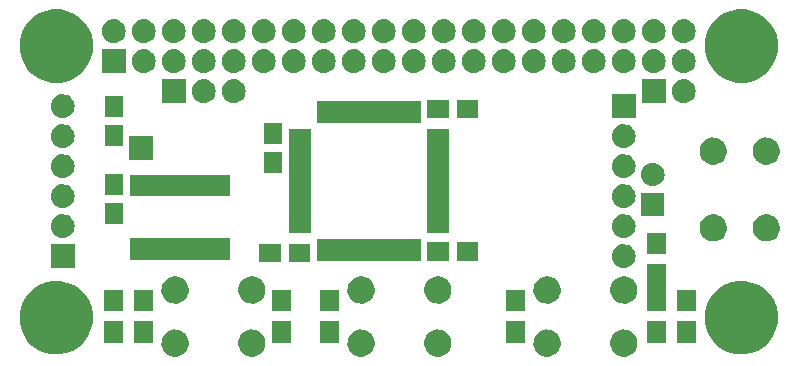
<source format=gts>
G04 #@! TF.FileFunction,Soldermask,Top*
%FSLAX46Y46*%
G04 Gerber Fmt 4.6, Leading zero omitted, Abs format (unit mm)*
G04 Created by KiCad (PCBNEW 4.0.7-e2-6376~58~ubuntu16.04.1) date Wed Jun 13 12:59:57 2018*
%MOMM*%
%LPD*%
G01*
G04 APERTURE LIST*
%ADD10C,0.100000*%
G04 APERTURE END LIST*
D10*
G36*
X41924789Y-51997717D02*
X42145713Y-52043066D01*
X42353617Y-52130461D01*
X42540590Y-52256576D01*
X42699506Y-52416605D01*
X42824311Y-52604451D01*
X42910253Y-52812961D01*
X42953784Y-53032814D01*
X42953783Y-53032856D01*
X42954049Y-53034197D01*
X42950452Y-53291791D01*
X42950150Y-53293122D01*
X42950149Y-53293166D01*
X42900495Y-53511717D01*
X42808766Y-53717743D01*
X42678761Y-53902037D01*
X42515443Y-54057563D01*
X42325022Y-54178407D01*
X42114757Y-54259964D01*
X41892652Y-54299127D01*
X41667179Y-54294404D01*
X41446909Y-54245975D01*
X41240242Y-54155685D01*
X41055051Y-54026973D01*
X40898384Y-53864740D01*
X40776214Y-53675169D01*
X40693192Y-53465479D01*
X40652481Y-53243660D01*
X40655629Y-53018149D01*
X40702519Y-52797549D01*
X40791364Y-52590258D01*
X40918778Y-52404174D01*
X41079915Y-52246377D01*
X41268629Y-52122886D01*
X41477737Y-52038402D01*
X41699266Y-51996143D01*
X41924789Y-51997717D01*
X41924789Y-51997717D01*
G37*
G36*
X32676789Y-51997717D02*
X32897713Y-52043066D01*
X33105617Y-52130461D01*
X33292590Y-52256576D01*
X33451506Y-52416605D01*
X33576311Y-52604451D01*
X33662253Y-52812961D01*
X33705784Y-53032814D01*
X33705783Y-53032856D01*
X33706049Y-53034197D01*
X33702452Y-53291791D01*
X33702150Y-53293122D01*
X33702149Y-53293166D01*
X33652495Y-53511717D01*
X33560766Y-53717743D01*
X33430761Y-53902037D01*
X33267443Y-54057563D01*
X33077022Y-54178407D01*
X32866757Y-54259964D01*
X32644652Y-54299127D01*
X32419179Y-54294404D01*
X32198909Y-54245975D01*
X31992242Y-54155685D01*
X31807051Y-54026973D01*
X31650384Y-53864740D01*
X31528214Y-53675169D01*
X31445192Y-53465479D01*
X31404481Y-53243660D01*
X31407629Y-53018149D01*
X31454519Y-52797549D01*
X31543364Y-52590258D01*
X31670778Y-52404174D01*
X31831915Y-52246377D01*
X32020629Y-52122886D01*
X32229737Y-52038402D01*
X32451266Y-51996143D01*
X32676789Y-51997717D01*
X32676789Y-51997717D01*
G37*
G36*
X26176789Y-51997717D02*
X26397713Y-52043066D01*
X26605617Y-52130461D01*
X26792590Y-52256576D01*
X26951506Y-52416605D01*
X27076311Y-52604451D01*
X27162253Y-52812961D01*
X27205784Y-53032814D01*
X27205783Y-53032856D01*
X27206049Y-53034197D01*
X27202452Y-53291791D01*
X27202150Y-53293122D01*
X27202149Y-53293166D01*
X27152495Y-53511717D01*
X27060766Y-53717743D01*
X26930761Y-53902037D01*
X26767443Y-54057563D01*
X26577022Y-54178407D01*
X26366757Y-54259964D01*
X26144652Y-54299127D01*
X25919179Y-54294404D01*
X25698909Y-54245975D01*
X25492242Y-54155685D01*
X25307051Y-54026973D01*
X25150384Y-53864740D01*
X25028214Y-53675169D01*
X24945192Y-53465479D01*
X24904481Y-53243660D01*
X24907629Y-53018149D01*
X24954519Y-52797549D01*
X25043364Y-52590258D01*
X25170778Y-52404174D01*
X25331915Y-52246377D01*
X25520629Y-52122886D01*
X25729737Y-52038402D01*
X25951266Y-51996143D01*
X26176789Y-51997717D01*
X26176789Y-51997717D01*
G37*
G36*
X64172789Y-51997717D02*
X64393713Y-52043066D01*
X64601617Y-52130461D01*
X64788590Y-52256576D01*
X64947506Y-52416605D01*
X65072311Y-52604451D01*
X65158253Y-52812961D01*
X65201784Y-53032814D01*
X65201783Y-53032856D01*
X65202049Y-53034197D01*
X65198452Y-53291791D01*
X65198150Y-53293122D01*
X65198149Y-53293166D01*
X65148495Y-53511717D01*
X65056766Y-53717743D01*
X64926761Y-53902037D01*
X64763443Y-54057563D01*
X64573022Y-54178407D01*
X64362757Y-54259964D01*
X64140652Y-54299127D01*
X63915179Y-54294404D01*
X63694909Y-54245975D01*
X63488242Y-54155685D01*
X63303051Y-54026973D01*
X63146384Y-53864740D01*
X63024214Y-53675169D01*
X62941192Y-53465479D01*
X62900481Y-53243660D01*
X62903629Y-53018149D01*
X62950519Y-52797549D01*
X63039364Y-52590258D01*
X63166778Y-52404174D01*
X63327915Y-52246377D01*
X63516629Y-52122886D01*
X63725737Y-52038402D01*
X63947266Y-51996143D01*
X64172789Y-51997717D01*
X64172789Y-51997717D01*
G37*
G36*
X48424789Y-51997717D02*
X48645713Y-52043066D01*
X48853617Y-52130461D01*
X49040590Y-52256576D01*
X49199506Y-52416605D01*
X49324311Y-52604451D01*
X49410253Y-52812961D01*
X49453784Y-53032814D01*
X49453783Y-53032856D01*
X49454049Y-53034197D01*
X49450452Y-53291791D01*
X49450150Y-53293122D01*
X49450149Y-53293166D01*
X49400495Y-53511717D01*
X49308766Y-53717743D01*
X49178761Y-53902037D01*
X49015443Y-54057563D01*
X48825022Y-54178407D01*
X48614757Y-54259964D01*
X48392652Y-54299127D01*
X48167179Y-54294404D01*
X47946909Y-54245975D01*
X47740242Y-54155685D01*
X47555051Y-54026973D01*
X47398384Y-53864740D01*
X47276214Y-53675169D01*
X47193192Y-53465479D01*
X47152481Y-53243660D01*
X47155629Y-53018149D01*
X47202519Y-52797549D01*
X47291364Y-52590258D01*
X47418778Y-52404174D01*
X47579915Y-52246377D01*
X47768629Y-52122886D01*
X47977737Y-52038402D01*
X48199266Y-51996143D01*
X48424789Y-51997717D01*
X48424789Y-51997717D01*
G37*
G36*
X57672789Y-51997717D02*
X57893713Y-52043066D01*
X58101617Y-52130461D01*
X58288590Y-52256576D01*
X58447506Y-52416605D01*
X58572311Y-52604451D01*
X58658253Y-52812961D01*
X58701784Y-53032814D01*
X58701783Y-53032856D01*
X58702049Y-53034197D01*
X58698452Y-53291791D01*
X58698150Y-53293122D01*
X58698149Y-53293166D01*
X58648495Y-53511717D01*
X58556766Y-53717743D01*
X58426761Y-53902037D01*
X58263443Y-54057563D01*
X58073022Y-54178407D01*
X57862757Y-54259964D01*
X57640652Y-54299127D01*
X57415179Y-54294404D01*
X57194909Y-54245975D01*
X56988242Y-54155685D01*
X56803051Y-54026973D01*
X56646384Y-53864740D01*
X56524214Y-53675169D01*
X56441192Y-53465479D01*
X56400481Y-53243660D01*
X56403629Y-53018149D01*
X56450519Y-52797549D01*
X56539364Y-52590258D01*
X56666778Y-52404174D01*
X56827915Y-52246377D01*
X57016629Y-52122886D01*
X57225737Y-52038402D01*
X57447266Y-51996143D01*
X57672789Y-51997717D01*
X57672789Y-51997717D01*
G37*
G36*
X74325606Y-47902056D02*
X74921131Y-48024300D01*
X75481575Y-48259889D01*
X75985580Y-48599845D01*
X76413959Y-49031225D01*
X76750389Y-49537592D01*
X76982058Y-50099662D01*
X77099867Y-50694642D01*
X77099866Y-50694683D01*
X77100133Y-50696029D01*
X77090437Y-51390413D01*
X77090133Y-51391753D01*
X77090132Y-51391791D01*
X76955757Y-51983249D01*
X76708482Y-52538635D01*
X76358046Y-53035410D01*
X75917792Y-53454659D01*
X75404487Y-53780411D01*
X74837688Y-54000258D01*
X74238977Y-54105827D01*
X73631169Y-54093096D01*
X73037414Y-53962550D01*
X72480312Y-53719159D01*
X71981102Y-53372198D01*
X71558785Y-52934877D01*
X71229462Y-52423866D01*
X71005662Y-51858612D01*
X70895918Y-51260661D01*
X70904405Y-50652773D01*
X71030804Y-50058114D01*
X71270298Y-49499333D01*
X71613764Y-48997713D01*
X72048125Y-48572356D01*
X72556831Y-48239468D01*
X73120507Y-48011729D01*
X73717677Y-47897812D01*
X74325606Y-47902056D01*
X74325606Y-47902056D01*
G37*
G36*
X16325606Y-47902056D02*
X16921131Y-48024300D01*
X17481575Y-48259889D01*
X17985580Y-48599845D01*
X18413959Y-49031225D01*
X18750389Y-49537592D01*
X18982058Y-50099662D01*
X19099867Y-50694642D01*
X19099866Y-50694683D01*
X19100133Y-50696029D01*
X19090437Y-51390413D01*
X19090133Y-51391753D01*
X19090132Y-51391791D01*
X18955757Y-51983249D01*
X18708482Y-52538635D01*
X18358046Y-53035410D01*
X17917792Y-53454659D01*
X17404487Y-53780411D01*
X16837688Y-54000258D01*
X16238977Y-54105827D01*
X15631169Y-54093096D01*
X15037414Y-53962550D01*
X14480312Y-53719159D01*
X13981102Y-53372198D01*
X13558785Y-52934877D01*
X13229462Y-52423866D01*
X13005662Y-51858612D01*
X12895918Y-51260661D01*
X12904405Y-50652773D01*
X13030804Y-50058114D01*
X13270298Y-49499333D01*
X13613764Y-48997713D01*
X14048125Y-48572356D01*
X14556831Y-48239468D01*
X15120507Y-48011729D01*
X15717677Y-47897812D01*
X16325606Y-47902056D01*
X16325606Y-47902056D01*
G37*
G36*
X24212000Y-53110960D02*
X22612000Y-53110960D01*
X22612000Y-51310960D01*
X24212000Y-51310960D01*
X24212000Y-53110960D01*
X24212000Y-53110960D01*
G37*
G36*
X67646000Y-53110960D02*
X66046000Y-53110960D01*
X66046000Y-51310960D01*
X67646000Y-51310960D01*
X67646000Y-53110960D01*
X67646000Y-53110960D01*
G37*
G36*
X21672000Y-53110960D02*
X20072000Y-53110960D01*
X20072000Y-51310960D01*
X21672000Y-51310960D01*
X21672000Y-53110960D01*
X21672000Y-53110960D01*
G37*
G36*
X70186000Y-53110960D02*
X68586000Y-53110960D01*
X68586000Y-51310960D01*
X70186000Y-51310960D01*
X70186000Y-53110960D01*
X70186000Y-53110960D01*
G37*
G36*
X55708000Y-53110960D02*
X54108000Y-53110960D01*
X54108000Y-51310960D01*
X55708000Y-51310960D01*
X55708000Y-53110960D01*
X55708000Y-53110960D01*
G37*
G36*
X39960000Y-53110960D02*
X38360000Y-53110960D01*
X38360000Y-51310960D01*
X39960000Y-51310960D01*
X39960000Y-53110960D01*
X39960000Y-53110960D01*
G37*
G36*
X35896000Y-53110960D02*
X34296000Y-53110960D01*
X34296000Y-51310960D01*
X35896000Y-51310960D01*
X35896000Y-53110960D01*
X35896000Y-53110960D01*
G37*
G36*
X35896000Y-50410960D02*
X34296000Y-50410960D01*
X34296000Y-48610960D01*
X35896000Y-48610960D01*
X35896000Y-50410960D01*
X35896000Y-50410960D01*
G37*
G36*
X67646000Y-50410960D02*
X66046000Y-50410960D01*
X66046000Y-46484960D01*
X67646000Y-46484960D01*
X67646000Y-50410960D01*
X67646000Y-50410960D01*
G37*
G36*
X24212000Y-50410960D02*
X22612000Y-50410960D01*
X22612000Y-48610960D01*
X24212000Y-48610960D01*
X24212000Y-50410960D01*
X24212000Y-50410960D01*
G37*
G36*
X70186000Y-50410960D02*
X68586000Y-50410960D01*
X68586000Y-48610960D01*
X70186000Y-48610960D01*
X70186000Y-50410960D01*
X70186000Y-50410960D01*
G37*
G36*
X39960000Y-50410960D02*
X38360000Y-50410960D01*
X38360000Y-48610960D01*
X39960000Y-48610960D01*
X39960000Y-50410960D01*
X39960000Y-50410960D01*
G37*
G36*
X55708000Y-50410960D02*
X54108000Y-50410960D01*
X54108000Y-48610960D01*
X55708000Y-48610960D01*
X55708000Y-50410960D01*
X55708000Y-50410960D01*
G37*
G36*
X21672000Y-50410960D02*
X20072000Y-50410960D01*
X20072000Y-48610960D01*
X21672000Y-48610960D01*
X21672000Y-50410960D01*
X21672000Y-50410960D01*
G37*
G36*
X41924789Y-47497717D02*
X42145713Y-47543066D01*
X42353617Y-47630461D01*
X42540590Y-47756576D01*
X42699506Y-47916605D01*
X42824311Y-48104451D01*
X42910253Y-48312961D01*
X42953784Y-48532814D01*
X42953783Y-48532856D01*
X42954049Y-48534197D01*
X42950452Y-48791791D01*
X42950150Y-48793122D01*
X42950149Y-48793166D01*
X42900495Y-49011717D01*
X42808766Y-49217743D01*
X42678761Y-49402037D01*
X42515443Y-49557563D01*
X42325022Y-49678407D01*
X42114757Y-49759964D01*
X41892652Y-49799127D01*
X41667179Y-49794404D01*
X41446909Y-49745975D01*
X41240242Y-49655685D01*
X41055051Y-49526973D01*
X40898384Y-49364740D01*
X40776214Y-49175169D01*
X40693192Y-48965479D01*
X40652481Y-48743660D01*
X40655629Y-48518149D01*
X40702519Y-48297549D01*
X40791364Y-48090258D01*
X40918778Y-47904174D01*
X41079915Y-47746377D01*
X41268629Y-47622886D01*
X41477737Y-47538402D01*
X41699266Y-47496143D01*
X41924789Y-47497717D01*
X41924789Y-47497717D01*
G37*
G36*
X26176789Y-47497717D02*
X26397713Y-47543066D01*
X26605617Y-47630461D01*
X26792590Y-47756576D01*
X26951506Y-47916605D01*
X27076311Y-48104451D01*
X27162253Y-48312961D01*
X27205784Y-48532814D01*
X27205783Y-48532856D01*
X27206049Y-48534197D01*
X27202452Y-48791791D01*
X27202150Y-48793122D01*
X27202149Y-48793166D01*
X27152495Y-49011717D01*
X27060766Y-49217743D01*
X26930761Y-49402037D01*
X26767443Y-49557563D01*
X26577022Y-49678407D01*
X26366757Y-49759964D01*
X26144652Y-49799127D01*
X25919179Y-49794404D01*
X25698909Y-49745975D01*
X25492242Y-49655685D01*
X25307051Y-49526973D01*
X25150384Y-49364740D01*
X25028214Y-49175169D01*
X24945192Y-48965479D01*
X24904481Y-48743660D01*
X24907629Y-48518149D01*
X24954519Y-48297549D01*
X25043364Y-48090258D01*
X25170778Y-47904174D01*
X25331915Y-47746377D01*
X25520629Y-47622886D01*
X25729737Y-47538402D01*
X25951266Y-47496143D01*
X26176789Y-47497717D01*
X26176789Y-47497717D01*
G37*
G36*
X32676789Y-47497717D02*
X32897713Y-47543066D01*
X33105617Y-47630461D01*
X33292590Y-47756576D01*
X33451506Y-47916605D01*
X33576311Y-48104451D01*
X33662253Y-48312961D01*
X33705784Y-48532814D01*
X33705783Y-48532856D01*
X33706049Y-48534197D01*
X33702452Y-48791791D01*
X33702150Y-48793122D01*
X33702149Y-48793166D01*
X33652495Y-49011717D01*
X33560766Y-49217743D01*
X33430761Y-49402037D01*
X33267443Y-49557563D01*
X33077022Y-49678407D01*
X32866757Y-49759964D01*
X32644652Y-49799127D01*
X32419179Y-49794404D01*
X32198909Y-49745975D01*
X31992242Y-49655685D01*
X31807051Y-49526973D01*
X31650384Y-49364740D01*
X31528214Y-49175169D01*
X31445192Y-48965479D01*
X31404481Y-48743660D01*
X31407629Y-48518149D01*
X31454519Y-48297549D01*
X31543364Y-48090258D01*
X31670778Y-47904174D01*
X31831915Y-47746377D01*
X32020629Y-47622886D01*
X32229737Y-47538402D01*
X32451266Y-47496143D01*
X32676789Y-47497717D01*
X32676789Y-47497717D01*
G37*
G36*
X48424789Y-47497717D02*
X48645713Y-47543066D01*
X48853617Y-47630461D01*
X49040590Y-47756576D01*
X49199506Y-47916605D01*
X49324311Y-48104451D01*
X49410253Y-48312961D01*
X49453784Y-48532814D01*
X49453783Y-48532856D01*
X49454049Y-48534197D01*
X49450452Y-48791791D01*
X49450150Y-48793122D01*
X49450149Y-48793166D01*
X49400495Y-49011717D01*
X49308766Y-49217743D01*
X49178761Y-49402037D01*
X49015443Y-49557563D01*
X48825022Y-49678407D01*
X48614757Y-49759964D01*
X48392652Y-49799127D01*
X48167179Y-49794404D01*
X47946909Y-49745975D01*
X47740242Y-49655685D01*
X47555051Y-49526973D01*
X47398384Y-49364740D01*
X47276214Y-49175169D01*
X47193192Y-48965479D01*
X47152481Y-48743660D01*
X47155629Y-48518149D01*
X47202519Y-48297549D01*
X47291364Y-48090258D01*
X47418778Y-47904174D01*
X47579915Y-47746377D01*
X47768629Y-47622886D01*
X47977737Y-47538402D01*
X48199266Y-47496143D01*
X48424789Y-47497717D01*
X48424789Y-47497717D01*
G37*
G36*
X57672789Y-47497717D02*
X57893713Y-47543066D01*
X58101617Y-47630461D01*
X58288590Y-47756576D01*
X58447506Y-47916605D01*
X58572311Y-48104451D01*
X58658253Y-48312961D01*
X58701784Y-48532814D01*
X58701783Y-48532856D01*
X58702049Y-48534197D01*
X58698452Y-48791791D01*
X58698150Y-48793122D01*
X58698149Y-48793166D01*
X58648495Y-49011717D01*
X58556766Y-49217743D01*
X58426761Y-49402037D01*
X58263443Y-49557563D01*
X58073022Y-49678407D01*
X57862757Y-49759964D01*
X57640652Y-49799127D01*
X57415179Y-49794404D01*
X57194909Y-49745975D01*
X56988242Y-49655685D01*
X56803051Y-49526973D01*
X56646384Y-49364740D01*
X56524214Y-49175169D01*
X56441192Y-48965479D01*
X56400481Y-48743660D01*
X56403629Y-48518149D01*
X56450519Y-48297549D01*
X56539364Y-48090258D01*
X56666778Y-47904174D01*
X56827915Y-47746377D01*
X57016629Y-47622886D01*
X57225737Y-47538402D01*
X57447266Y-47496143D01*
X57672789Y-47497717D01*
X57672789Y-47497717D01*
G37*
G36*
X64172789Y-47497717D02*
X64393713Y-47543066D01*
X64601617Y-47630461D01*
X64788590Y-47756576D01*
X64947506Y-47916605D01*
X65072311Y-48104451D01*
X65158253Y-48312961D01*
X65201784Y-48532814D01*
X65201783Y-48532856D01*
X65202049Y-48534197D01*
X65198452Y-48791791D01*
X65198150Y-48793122D01*
X65198149Y-48793166D01*
X65148495Y-49011717D01*
X65056766Y-49217743D01*
X64926761Y-49402037D01*
X64763443Y-49557563D01*
X64573022Y-49678407D01*
X64362757Y-49759964D01*
X64140652Y-49799127D01*
X63915179Y-49794404D01*
X63694909Y-49745975D01*
X63488242Y-49655685D01*
X63303051Y-49526973D01*
X63146384Y-49364740D01*
X63024214Y-49175169D01*
X62941192Y-48965479D01*
X62900481Y-48743660D01*
X62903629Y-48518149D01*
X62950519Y-48297549D01*
X63039364Y-48090258D01*
X63166778Y-47904174D01*
X63327915Y-47746377D01*
X63516629Y-47622886D01*
X63725737Y-47538402D01*
X63947266Y-47496143D01*
X64172789Y-47497717D01*
X64172789Y-47497717D01*
G37*
G36*
X17554000Y-46780960D02*
X15554000Y-46780960D01*
X15554000Y-44780960D01*
X17554000Y-44780960D01*
X17554000Y-46780960D01*
X17554000Y-46780960D01*
G37*
G36*
X64062678Y-44780999D02*
X64062693Y-44781001D01*
X64070801Y-44781057D01*
X64264751Y-44802812D01*
X64450781Y-44861825D01*
X64621806Y-44955847D01*
X64771312Y-45081297D01*
X64893603Y-45233397D01*
X64984023Y-45406353D01*
X65039126Y-45593579D01*
X65039138Y-45593715D01*
X65039151Y-45593758D01*
X65056823Y-45787937D01*
X65036442Y-45981843D01*
X65036431Y-45981880D01*
X65036414Y-45982038D01*
X64978702Y-46168476D01*
X64885877Y-46340153D01*
X64761473Y-46490531D01*
X64610231Y-46613881D01*
X64437909Y-46705506D01*
X64251073Y-46761915D01*
X64056839Y-46780960D01*
X64046875Y-46780960D01*
X64041322Y-46780921D01*
X64041307Y-46780919D01*
X64033199Y-46780863D01*
X63839249Y-46759108D01*
X63653219Y-46700095D01*
X63482194Y-46606073D01*
X63332688Y-46480623D01*
X63210397Y-46328523D01*
X63119977Y-46155567D01*
X63064874Y-45968341D01*
X63064862Y-45968205D01*
X63064849Y-45968162D01*
X63047177Y-45773983D01*
X63067558Y-45580077D01*
X63067569Y-45580040D01*
X63067586Y-45579882D01*
X63125298Y-45393444D01*
X63218123Y-45221767D01*
X63342527Y-45071389D01*
X63493769Y-44948039D01*
X63666091Y-44856414D01*
X63852927Y-44800005D01*
X64047161Y-44780960D01*
X64057125Y-44780960D01*
X64062678Y-44780999D01*
X64062678Y-44780999D01*
G37*
G36*
X35000000Y-46301960D02*
X33200000Y-46301960D01*
X33200000Y-44751960D01*
X35000000Y-44751960D01*
X35000000Y-46301960D01*
X35000000Y-46301960D01*
G37*
G36*
X37500000Y-46301960D02*
X35700000Y-46301960D01*
X35700000Y-44751960D01*
X37500000Y-44751960D01*
X37500000Y-46301960D01*
X37500000Y-46301960D01*
G37*
G36*
X46892000Y-46230960D02*
X38032000Y-46230960D01*
X38032000Y-44330960D01*
X46892000Y-44330960D01*
X46892000Y-46230960D01*
X46892000Y-46230960D01*
G37*
G36*
X51724000Y-46174960D02*
X49924000Y-46174960D01*
X49924000Y-44624960D01*
X51724000Y-44624960D01*
X51724000Y-46174960D01*
X51724000Y-46174960D01*
G37*
G36*
X49224000Y-46174960D02*
X47424000Y-46174960D01*
X47424000Y-44624960D01*
X49224000Y-44624960D01*
X49224000Y-46174960D01*
X49224000Y-46174960D01*
G37*
G36*
X30720000Y-46078960D02*
X22200000Y-46078960D01*
X22200000Y-44278960D01*
X30720000Y-44278960D01*
X30720000Y-46078960D01*
X30720000Y-46078960D01*
G37*
G36*
X67646000Y-45584960D02*
X66046000Y-45584960D01*
X66046000Y-43784960D01*
X67646000Y-43784960D01*
X67646000Y-45584960D01*
X67646000Y-45584960D01*
G37*
G36*
X76237789Y-42241717D02*
X76458713Y-42287066D01*
X76666617Y-42374461D01*
X76853590Y-42500576D01*
X77012506Y-42660605D01*
X77137311Y-42848451D01*
X77223253Y-43056961D01*
X77266784Y-43276814D01*
X77266783Y-43276856D01*
X77267049Y-43278197D01*
X77263452Y-43535791D01*
X77263150Y-43537122D01*
X77263149Y-43537166D01*
X77213495Y-43755717D01*
X77121766Y-43961743D01*
X76991761Y-44146037D01*
X76828443Y-44301563D01*
X76638022Y-44422407D01*
X76427757Y-44503964D01*
X76205652Y-44543127D01*
X75980179Y-44538404D01*
X75759909Y-44489975D01*
X75553242Y-44399685D01*
X75368051Y-44270973D01*
X75211384Y-44108740D01*
X75089214Y-43919169D01*
X75006192Y-43709479D01*
X74965481Y-43487660D01*
X74968629Y-43262149D01*
X75015519Y-43041549D01*
X75104364Y-42834258D01*
X75231778Y-42648174D01*
X75392915Y-42490377D01*
X75581629Y-42366886D01*
X75790737Y-42282402D01*
X76012266Y-42240143D01*
X76237789Y-42241717D01*
X76237789Y-42241717D01*
G37*
G36*
X71737789Y-42241717D02*
X71958713Y-42287066D01*
X72166617Y-42374461D01*
X72353590Y-42500576D01*
X72512506Y-42660605D01*
X72637311Y-42848451D01*
X72723253Y-43056961D01*
X72766784Y-43276814D01*
X72766783Y-43276856D01*
X72767049Y-43278197D01*
X72763452Y-43535791D01*
X72763150Y-43537122D01*
X72763149Y-43537166D01*
X72713495Y-43755717D01*
X72621766Y-43961743D01*
X72491761Y-44146037D01*
X72328443Y-44301563D01*
X72138022Y-44422407D01*
X71927757Y-44503964D01*
X71705652Y-44543127D01*
X71480179Y-44538404D01*
X71259909Y-44489975D01*
X71053242Y-44399685D01*
X70868051Y-44270973D01*
X70711384Y-44108740D01*
X70589214Y-43919169D01*
X70506192Y-43709479D01*
X70465481Y-43487660D01*
X70468629Y-43262149D01*
X70515519Y-43041549D01*
X70604364Y-42834258D01*
X70731778Y-42648174D01*
X70892915Y-42490377D01*
X71081629Y-42366886D01*
X71290737Y-42282402D01*
X71512266Y-42240143D01*
X71737789Y-42241717D01*
X71737789Y-42241717D01*
G37*
G36*
X64062678Y-42240999D02*
X64062693Y-42241001D01*
X64070801Y-42241057D01*
X64264751Y-42262812D01*
X64450781Y-42321825D01*
X64621806Y-42415847D01*
X64771312Y-42541297D01*
X64893603Y-42693397D01*
X64984023Y-42866353D01*
X65039126Y-43053579D01*
X65039138Y-43053715D01*
X65039151Y-43053758D01*
X65056823Y-43247937D01*
X65036442Y-43441843D01*
X65036431Y-43441880D01*
X65036414Y-43442038D01*
X64978702Y-43628476D01*
X64885877Y-43800153D01*
X64761473Y-43950531D01*
X64610231Y-44073881D01*
X64437909Y-44165506D01*
X64251073Y-44221915D01*
X64056839Y-44240960D01*
X64046875Y-44240960D01*
X64041322Y-44240921D01*
X64041307Y-44240919D01*
X64033199Y-44240863D01*
X63839249Y-44219108D01*
X63653219Y-44160095D01*
X63482194Y-44066073D01*
X63332688Y-43940623D01*
X63210397Y-43788523D01*
X63119977Y-43615567D01*
X63064874Y-43428341D01*
X63064862Y-43428205D01*
X63064849Y-43428162D01*
X63047177Y-43233983D01*
X63067558Y-43040077D01*
X63067569Y-43040040D01*
X63067586Y-43039882D01*
X63125298Y-42853444D01*
X63218123Y-42681767D01*
X63342527Y-42531389D01*
X63493769Y-42408039D01*
X63666091Y-42316414D01*
X63852927Y-42260005D01*
X64047161Y-42240960D01*
X64057125Y-42240960D01*
X64062678Y-42240999D01*
X64062678Y-42240999D01*
G37*
G36*
X16564678Y-42240999D02*
X16564693Y-42241001D01*
X16572801Y-42241057D01*
X16766751Y-42262812D01*
X16952781Y-42321825D01*
X17123806Y-42415847D01*
X17273312Y-42541297D01*
X17395603Y-42693397D01*
X17486023Y-42866353D01*
X17541126Y-43053579D01*
X17541138Y-43053715D01*
X17541151Y-43053758D01*
X17558823Y-43247937D01*
X17538442Y-43441843D01*
X17538431Y-43441880D01*
X17538414Y-43442038D01*
X17480702Y-43628476D01*
X17387877Y-43800153D01*
X17263473Y-43950531D01*
X17112231Y-44073881D01*
X16939909Y-44165506D01*
X16753073Y-44221915D01*
X16558839Y-44240960D01*
X16548875Y-44240960D01*
X16543322Y-44240921D01*
X16543307Y-44240919D01*
X16535199Y-44240863D01*
X16341249Y-44219108D01*
X16155219Y-44160095D01*
X15984194Y-44066073D01*
X15834688Y-43940623D01*
X15712397Y-43788523D01*
X15621977Y-43615567D01*
X15566874Y-43428341D01*
X15566862Y-43428205D01*
X15566849Y-43428162D01*
X15549177Y-43233983D01*
X15569558Y-43040077D01*
X15569569Y-43040040D01*
X15569586Y-43039882D01*
X15627298Y-42853444D01*
X15720123Y-42681767D01*
X15844527Y-42531389D01*
X15995769Y-42408039D01*
X16168091Y-42316414D01*
X16354927Y-42260005D01*
X16549161Y-42240960D01*
X16559125Y-42240960D01*
X16564678Y-42240999D01*
X16564678Y-42240999D01*
G37*
G36*
X49262000Y-43860960D02*
X47362000Y-43860960D01*
X47362000Y-35000960D01*
X49262000Y-35000960D01*
X49262000Y-43860960D01*
X49262000Y-43860960D01*
G37*
G36*
X37562000Y-43860960D02*
X35662000Y-43860960D01*
X35662000Y-35000960D01*
X37562000Y-35000960D01*
X37562000Y-43860960D01*
X37562000Y-43860960D01*
G37*
G36*
X21647000Y-43104960D02*
X20097000Y-43104960D01*
X20097000Y-41304960D01*
X21647000Y-41304960D01*
X21647000Y-43104960D01*
X21647000Y-43104960D01*
G37*
G36*
X67490400Y-42412160D02*
X65490400Y-42412160D01*
X65490400Y-40412160D01*
X67490400Y-40412160D01*
X67490400Y-42412160D01*
X67490400Y-42412160D01*
G37*
G36*
X64062678Y-39700999D02*
X64062693Y-39701001D01*
X64070801Y-39701057D01*
X64264751Y-39722812D01*
X64450781Y-39781825D01*
X64621806Y-39875847D01*
X64771312Y-40001297D01*
X64893603Y-40153397D01*
X64984023Y-40326353D01*
X65039126Y-40513579D01*
X65039138Y-40513715D01*
X65039151Y-40513758D01*
X65056823Y-40707937D01*
X65036442Y-40901843D01*
X65036431Y-40901880D01*
X65036414Y-40902038D01*
X64978702Y-41088476D01*
X64885877Y-41260153D01*
X64761473Y-41410531D01*
X64610231Y-41533881D01*
X64437909Y-41625506D01*
X64251073Y-41681915D01*
X64056839Y-41700960D01*
X64046875Y-41700960D01*
X64041322Y-41700921D01*
X64041307Y-41700919D01*
X64033199Y-41700863D01*
X63839249Y-41679108D01*
X63653219Y-41620095D01*
X63482194Y-41526073D01*
X63332688Y-41400623D01*
X63210397Y-41248523D01*
X63119977Y-41075567D01*
X63064874Y-40888341D01*
X63064862Y-40888205D01*
X63064849Y-40888162D01*
X63047177Y-40693983D01*
X63067558Y-40500077D01*
X63067569Y-40500040D01*
X63067586Y-40499882D01*
X63125298Y-40313444D01*
X63218123Y-40141767D01*
X63342527Y-39991389D01*
X63493769Y-39868039D01*
X63666091Y-39776414D01*
X63852927Y-39720005D01*
X64047161Y-39700960D01*
X64057125Y-39700960D01*
X64062678Y-39700999D01*
X64062678Y-39700999D01*
G37*
G36*
X16564678Y-39700999D02*
X16564693Y-39701001D01*
X16572801Y-39701057D01*
X16766751Y-39722812D01*
X16952781Y-39781825D01*
X17123806Y-39875847D01*
X17273312Y-40001297D01*
X17395603Y-40153397D01*
X17486023Y-40326353D01*
X17541126Y-40513579D01*
X17541138Y-40513715D01*
X17541151Y-40513758D01*
X17558823Y-40707937D01*
X17538442Y-40901843D01*
X17538431Y-40901880D01*
X17538414Y-40902038D01*
X17480702Y-41088476D01*
X17387877Y-41260153D01*
X17263473Y-41410531D01*
X17112231Y-41533881D01*
X16939909Y-41625506D01*
X16753073Y-41681915D01*
X16558839Y-41700960D01*
X16548875Y-41700960D01*
X16543322Y-41700921D01*
X16543307Y-41700919D01*
X16535199Y-41700863D01*
X16341249Y-41679108D01*
X16155219Y-41620095D01*
X15984194Y-41526073D01*
X15834688Y-41400623D01*
X15712397Y-41248523D01*
X15621977Y-41075567D01*
X15566874Y-40888341D01*
X15566862Y-40888205D01*
X15566849Y-40888162D01*
X15549177Y-40693983D01*
X15569558Y-40500077D01*
X15569569Y-40500040D01*
X15569586Y-40499882D01*
X15627298Y-40313444D01*
X15720123Y-40141767D01*
X15844527Y-39991389D01*
X15995769Y-39868039D01*
X16168091Y-39776414D01*
X16354927Y-39720005D01*
X16549161Y-39700960D01*
X16559125Y-39700960D01*
X16564678Y-39700999D01*
X16564678Y-39700999D01*
G37*
G36*
X30720000Y-40678960D02*
X22200000Y-40678960D01*
X22200000Y-38878960D01*
X30720000Y-38878960D01*
X30720000Y-40678960D01*
X30720000Y-40678960D01*
G37*
G36*
X21647000Y-40604960D02*
X20097000Y-40604960D01*
X20097000Y-38804960D01*
X21647000Y-38804960D01*
X21647000Y-40604960D01*
X21647000Y-40604960D01*
G37*
G36*
X66501078Y-37872199D02*
X66501093Y-37872201D01*
X66509201Y-37872257D01*
X66703151Y-37894012D01*
X66889181Y-37953025D01*
X67060206Y-38047047D01*
X67209712Y-38172497D01*
X67332003Y-38324597D01*
X67422423Y-38497553D01*
X67477526Y-38684779D01*
X67477538Y-38684915D01*
X67477551Y-38684958D01*
X67495223Y-38879137D01*
X67474842Y-39073043D01*
X67474831Y-39073080D01*
X67474814Y-39073238D01*
X67417102Y-39259676D01*
X67324277Y-39431353D01*
X67199873Y-39581731D01*
X67048631Y-39705081D01*
X66876309Y-39796706D01*
X66689473Y-39853115D01*
X66495239Y-39872160D01*
X66485275Y-39872160D01*
X66479722Y-39872121D01*
X66479707Y-39872119D01*
X66471599Y-39872063D01*
X66277649Y-39850308D01*
X66091619Y-39791295D01*
X65920594Y-39697273D01*
X65771088Y-39571823D01*
X65648797Y-39419723D01*
X65558377Y-39246767D01*
X65503274Y-39059541D01*
X65503262Y-39059405D01*
X65503249Y-39059362D01*
X65485577Y-38865183D01*
X65505958Y-38671277D01*
X65505969Y-38671240D01*
X65505986Y-38671082D01*
X65563698Y-38484644D01*
X65656523Y-38312967D01*
X65780927Y-38162589D01*
X65932169Y-38039239D01*
X66104491Y-37947614D01*
X66291327Y-37891205D01*
X66485561Y-37872160D01*
X66495525Y-37872160D01*
X66501078Y-37872199D01*
X66501078Y-37872199D01*
G37*
G36*
X16564678Y-37160999D02*
X16564693Y-37161001D01*
X16572801Y-37161057D01*
X16766751Y-37182812D01*
X16952781Y-37241825D01*
X17123806Y-37335847D01*
X17273312Y-37461297D01*
X17395603Y-37613397D01*
X17486023Y-37786353D01*
X17541126Y-37973579D01*
X17541138Y-37973715D01*
X17541151Y-37973758D01*
X17558823Y-38167937D01*
X17538442Y-38361843D01*
X17538431Y-38361880D01*
X17538414Y-38362038D01*
X17480702Y-38548476D01*
X17387877Y-38720153D01*
X17263473Y-38870531D01*
X17112231Y-38993881D01*
X16939909Y-39085506D01*
X16753073Y-39141915D01*
X16558839Y-39160960D01*
X16548875Y-39160960D01*
X16543322Y-39160921D01*
X16543307Y-39160919D01*
X16535199Y-39160863D01*
X16341249Y-39139108D01*
X16155219Y-39080095D01*
X15984194Y-38986073D01*
X15834688Y-38860623D01*
X15712397Y-38708523D01*
X15621977Y-38535567D01*
X15566874Y-38348341D01*
X15566862Y-38348205D01*
X15566849Y-38348162D01*
X15549177Y-38153983D01*
X15569558Y-37960077D01*
X15569569Y-37960040D01*
X15569586Y-37959882D01*
X15627298Y-37773444D01*
X15720123Y-37601767D01*
X15844527Y-37451389D01*
X15995769Y-37328039D01*
X16168091Y-37236414D01*
X16354927Y-37180005D01*
X16549161Y-37160960D01*
X16559125Y-37160960D01*
X16564678Y-37160999D01*
X16564678Y-37160999D01*
G37*
G36*
X64062678Y-37160999D02*
X64062693Y-37161001D01*
X64070801Y-37161057D01*
X64264751Y-37182812D01*
X64450781Y-37241825D01*
X64621806Y-37335847D01*
X64771312Y-37461297D01*
X64893603Y-37613397D01*
X64984023Y-37786353D01*
X65039126Y-37973579D01*
X65039138Y-37973715D01*
X65039151Y-37973758D01*
X65056823Y-38167937D01*
X65036442Y-38361843D01*
X65036431Y-38361880D01*
X65036414Y-38362038D01*
X64978702Y-38548476D01*
X64885877Y-38720153D01*
X64761473Y-38870531D01*
X64610231Y-38993881D01*
X64437909Y-39085506D01*
X64251073Y-39141915D01*
X64056839Y-39160960D01*
X64046875Y-39160960D01*
X64041322Y-39160921D01*
X64041307Y-39160919D01*
X64033199Y-39160863D01*
X63839249Y-39139108D01*
X63653219Y-39080095D01*
X63482194Y-38986073D01*
X63332688Y-38860623D01*
X63210397Y-38708523D01*
X63119977Y-38535567D01*
X63064874Y-38348341D01*
X63064862Y-38348205D01*
X63064849Y-38348162D01*
X63047177Y-38153983D01*
X63067558Y-37960077D01*
X63067569Y-37960040D01*
X63067586Y-37959882D01*
X63125298Y-37773444D01*
X63218123Y-37601767D01*
X63342527Y-37451389D01*
X63493769Y-37328039D01*
X63666091Y-37236414D01*
X63852927Y-37180005D01*
X64047161Y-37160960D01*
X64057125Y-37160960D01*
X64062678Y-37160999D01*
X64062678Y-37160999D01*
G37*
G36*
X35109000Y-38786960D02*
X33559000Y-38786960D01*
X33559000Y-36986960D01*
X35109000Y-36986960D01*
X35109000Y-38786960D01*
X35109000Y-38786960D01*
G37*
G36*
X76237789Y-35741717D02*
X76458713Y-35787066D01*
X76666617Y-35874461D01*
X76853590Y-36000576D01*
X77012506Y-36160605D01*
X77137311Y-36348451D01*
X77223253Y-36556961D01*
X77266784Y-36776814D01*
X77266783Y-36776856D01*
X77267049Y-36778197D01*
X77263452Y-37035791D01*
X77263150Y-37037122D01*
X77263149Y-37037166D01*
X77213495Y-37255717D01*
X77121766Y-37461743D01*
X76991761Y-37646037D01*
X76828443Y-37801563D01*
X76638022Y-37922407D01*
X76427757Y-38003964D01*
X76205652Y-38043127D01*
X75980179Y-38038404D01*
X75759909Y-37989975D01*
X75553242Y-37899685D01*
X75368051Y-37770973D01*
X75211384Y-37608740D01*
X75089214Y-37419169D01*
X75006192Y-37209479D01*
X74965481Y-36987660D01*
X74968629Y-36762149D01*
X75015519Y-36541549D01*
X75104364Y-36334258D01*
X75231778Y-36148174D01*
X75392915Y-35990377D01*
X75581629Y-35866886D01*
X75790737Y-35782402D01*
X76012266Y-35740143D01*
X76237789Y-35741717D01*
X76237789Y-35741717D01*
G37*
G36*
X71737789Y-35741717D02*
X71958713Y-35787066D01*
X72166617Y-35874461D01*
X72353590Y-36000576D01*
X72512506Y-36160605D01*
X72637311Y-36348451D01*
X72723253Y-36556961D01*
X72766784Y-36776814D01*
X72766783Y-36776856D01*
X72767049Y-36778197D01*
X72763452Y-37035791D01*
X72763150Y-37037122D01*
X72763149Y-37037166D01*
X72713495Y-37255717D01*
X72621766Y-37461743D01*
X72491761Y-37646037D01*
X72328443Y-37801563D01*
X72138022Y-37922407D01*
X71927757Y-38003964D01*
X71705652Y-38043127D01*
X71480179Y-38038404D01*
X71259909Y-37989975D01*
X71053242Y-37899685D01*
X70868051Y-37770973D01*
X70711384Y-37608740D01*
X70589214Y-37419169D01*
X70506192Y-37209479D01*
X70465481Y-36987660D01*
X70468629Y-36762149D01*
X70515519Y-36541549D01*
X70604364Y-36334258D01*
X70731778Y-36148174D01*
X70892915Y-35990377D01*
X71081629Y-35866886D01*
X71290737Y-35782402D01*
X71512266Y-35740143D01*
X71737789Y-35741717D01*
X71737789Y-35741717D01*
G37*
G36*
X24158000Y-37636960D02*
X22158000Y-37636960D01*
X22158000Y-35636960D01*
X24158000Y-35636960D01*
X24158000Y-37636960D01*
X24158000Y-37636960D01*
G37*
G36*
X16564678Y-34620999D02*
X16564693Y-34621001D01*
X16572801Y-34621057D01*
X16766751Y-34642812D01*
X16952781Y-34701825D01*
X17123806Y-34795847D01*
X17273312Y-34921297D01*
X17395603Y-35073397D01*
X17486023Y-35246353D01*
X17541126Y-35433579D01*
X17541138Y-35433715D01*
X17541151Y-35433758D01*
X17558823Y-35627937D01*
X17538442Y-35821843D01*
X17538431Y-35821880D01*
X17538414Y-35822038D01*
X17480702Y-36008476D01*
X17387877Y-36180153D01*
X17263473Y-36330531D01*
X17112231Y-36453881D01*
X16939909Y-36545506D01*
X16753073Y-36601915D01*
X16558839Y-36620960D01*
X16548875Y-36620960D01*
X16543322Y-36620921D01*
X16543307Y-36620919D01*
X16535199Y-36620863D01*
X16341249Y-36599108D01*
X16155219Y-36540095D01*
X15984194Y-36446073D01*
X15834688Y-36320623D01*
X15712397Y-36168523D01*
X15621977Y-35995567D01*
X15566874Y-35808341D01*
X15566862Y-35808205D01*
X15566849Y-35808162D01*
X15549177Y-35613983D01*
X15569558Y-35420077D01*
X15569569Y-35420040D01*
X15569586Y-35419882D01*
X15627298Y-35233444D01*
X15720123Y-35061767D01*
X15844527Y-34911389D01*
X15995769Y-34788039D01*
X16168091Y-34696414D01*
X16354927Y-34640005D01*
X16549161Y-34620960D01*
X16559125Y-34620960D01*
X16564678Y-34620999D01*
X16564678Y-34620999D01*
G37*
G36*
X64062678Y-34620999D02*
X64062693Y-34621001D01*
X64070801Y-34621057D01*
X64264751Y-34642812D01*
X64450781Y-34701825D01*
X64621806Y-34795847D01*
X64771312Y-34921297D01*
X64893603Y-35073397D01*
X64984023Y-35246353D01*
X65039126Y-35433579D01*
X65039138Y-35433715D01*
X65039151Y-35433758D01*
X65056823Y-35627937D01*
X65036442Y-35821843D01*
X65036431Y-35821880D01*
X65036414Y-35822038D01*
X64978702Y-36008476D01*
X64885877Y-36180153D01*
X64761473Y-36330531D01*
X64610231Y-36453881D01*
X64437909Y-36545506D01*
X64251073Y-36601915D01*
X64056839Y-36620960D01*
X64046875Y-36620960D01*
X64041322Y-36620921D01*
X64041307Y-36620919D01*
X64033199Y-36620863D01*
X63839249Y-36599108D01*
X63653219Y-36540095D01*
X63482194Y-36446073D01*
X63332688Y-36320623D01*
X63210397Y-36168523D01*
X63119977Y-35995567D01*
X63064874Y-35808341D01*
X63064862Y-35808205D01*
X63064849Y-35808162D01*
X63047177Y-35613983D01*
X63067558Y-35420077D01*
X63067569Y-35420040D01*
X63067586Y-35419882D01*
X63125298Y-35233444D01*
X63218123Y-35061767D01*
X63342527Y-34911389D01*
X63493769Y-34788039D01*
X63666091Y-34696414D01*
X63852927Y-34640005D01*
X64047161Y-34620960D01*
X64057125Y-34620960D01*
X64062678Y-34620999D01*
X64062678Y-34620999D01*
G37*
G36*
X21647000Y-36500960D02*
X20097000Y-36500960D01*
X20097000Y-34700960D01*
X21647000Y-34700960D01*
X21647000Y-36500960D01*
X21647000Y-36500960D01*
G37*
G36*
X35109000Y-36286960D02*
X33559000Y-36286960D01*
X33559000Y-34486960D01*
X35109000Y-34486960D01*
X35109000Y-36286960D01*
X35109000Y-36286960D01*
G37*
G36*
X46892000Y-34530960D02*
X38032000Y-34530960D01*
X38032000Y-32630960D01*
X46892000Y-32630960D01*
X46892000Y-34530960D01*
X46892000Y-34530960D01*
G37*
G36*
X49224000Y-34109960D02*
X47424000Y-34109960D01*
X47424000Y-32559960D01*
X49224000Y-32559960D01*
X49224000Y-34109960D01*
X49224000Y-34109960D01*
G37*
G36*
X51724000Y-34109960D02*
X49924000Y-34109960D01*
X49924000Y-32559960D01*
X51724000Y-32559960D01*
X51724000Y-34109960D01*
X51724000Y-34109960D01*
G37*
G36*
X65052000Y-34080960D02*
X63052000Y-34080960D01*
X63052000Y-32080960D01*
X65052000Y-32080960D01*
X65052000Y-34080960D01*
X65052000Y-34080960D01*
G37*
G36*
X16564678Y-32080999D02*
X16564693Y-32081001D01*
X16572801Y-32081057D01*
X16766751Y-32102812D01*
X16952781Y-32161825D01*
X17123806Y-32255847D01*
X17273312Y-32381297D01*
X17395603Y-32533397D01*
X17486023Y-32706353D01*
X17541126Y-32893579D01*
X17541138Y-32893715D01*
X17541151Y-32893758D01*
X17558823Y-33087937D01*
X17538442Y-33281843D01*
X17538431Y-33281880D01*
X17538414Y-33282038D01*
X17480702Y-33468476D01*
X17387877Y-33640153D01*
X17263473Y-33790531D01*
X17112231Y-33913881D01*
X16939909Y-34005506D01*
X16753073Y-34061915D01*
X16558839Y-34080960D01*
X16548875Y-34080960D01*
X16543322Y-34080921D01*
X16543307Y-34080919D01*
X16535199Y-34080863D01*
X16341249Y-34059108D01*
X16155219Y-34000095D01*
X15984194Y-33906073D01*
X15834688Y-33780623D01*
X15712397Y-33628523D01*
X15621977Y-33455567D01*
X15566874Y-33268341D01*
X15566862Y-33268205D01*
X15566849Y-33268162D01*
X15549177Y-33073983D01*
X15569558Y-32880077D01*
X15569569Y-32880040D01*
X15569586Y-32879882D01*
X15627298Y-32693444D01*
X15720123Y-32521767D01*
X15844527Y-32371389D01*
X15995769Y-32248039D01*
X16168091Y-32156414D01*
X16354927Y-32100005D01*
X16549161Y-32080960D01*
X16559125Y-32080960D01*
X16564678Y-32080999D01*
X16564678Y-32080999D01*
G37*
G36*
X21647000Y-34000960D02*
X20097000Y-34000960D01*
X20097000Y-32200960D01*
X21647000Y-32200960D01*
X21647000Y-34000960D01*
X21647000Y-34000960D01*
G37*
G36*
X28692883Y-30826518D02*
X28692920Y-30826529D01*
X28693078Y-30826546D01*
X28879516Y-30884258D01*
X29051193Y-30977083D01*
X29201571Y-31101487D01*
X29324921Y-31252729D01*
X29416546Y-31425051D01*
X29472955Y-31611887D01*
X29492000Y-31806121D01*
X29492000Y-31816085D01*
X29491961Y-31821638D01*
X29491959Y-31821653D01*
X29491903Y-31829761D01*
X29470148Y-32023711D01*
X29411135Y-32209741D01*
X29317113Y-32380766D01*
X29191663Y-32530272D01*
X29039563Y-32652563D01*
X28866607Y-32742983D01*
X28679381Y-32798086D01*
X28679245Y-32798098D01*
X28679202Y-32798111D01*
X28485023Y-32815783D01*
X28291117Y-32795402D01*
X28291080Y-32795391D01*
X28290922Y-32795374D01*
X28104484Y-32737662D01*
X27932807Y-32644837D01*
X27782429Y-32520433D01*
X27659079Y-32369191D01*
X27567454Y-32196869D01*
X27511045Y-32010033D01*
X27492000Y-31815799D01*
X27492000Y-31805835D01*
X27492039Y-31800282D01*
X27492041Y-31800267D01*
X27492097Y-31792159D01*
X27513852Y-31598209D01*
X27572865Y-31412179D01*
X27666887Y-31241154D01*
X27792337Y-31091648D01*
X27944437Y-30969357D01*
X28117393Y-30878937D01*
X28304619Y-30823834D01*
X28304755Y-30823822D01*
X28304798Y-30823809D01*
X28498977Y-30806137D01*
X28692883Y-30826518D01*
X28692883Y-30826518D01*
G37*
G36*
X31232883Y-30826518D02*
X31232920Y-30826529D01*
X31233078Y-30826546D01*
X31419516Y-30884258D01*
X31591193Y-30977083D01*
X31741571Y-31101487D01*
X31864921Y-31252729D01*
X31956546Y-31425051D01*
X32012955Y-31611887D01*
X32032000Y-31806121D01*
X32032000Y-31816085D01*
X32031961Y-31821638D01*
X32031959Y-31821653D01*
X32031903Y-31829761D01*
X32010148Y-32023711D01*
X31951135Y-32209741D01*
X31857113Y-32380766D01*
X31731663Y-32530272D01*
X31579563Y-32652563D01*
X31406607Y-32742983D01*
X31219381Y-32798086D01*
X31219245Y-32798098D01*
X31219202Y-32798111D01*
X31025023Y-32815783D01*
X30831117Y-32795402D01*
X30831080Y-32795391D01*
X30830922Y-32795374D01*
X30644484Y-32737662D01*
X30472807Y-32644837D01*
X30322429Y-32520433D01*
X30199079Y-32369191D01*
X30107454Y-32196869D01*
X30051045Y-32010033D01*
X30032000Y-31815799D01*
X30032000Y-31805835D01*
X30032039Y-31800282D01*
X30032041Y-31800267D01*
X30032097Y-31792159D01*
X30053852Y-31598209D01*
X30112865Y-31412179D01*
X30206887Y-31241154D01*
X30332337Y-31091648D01*
X30484437Y-30969357D01*
X30657393Y-30878937D01*
X30844619Y-30823834D01*
X30844755Y-30823822D01*
X30844798Y-30823809D01*
X31038977Y-30806137D01*
X31232883Y-30826518D01*
X31232883Y-30826518D01*
G37*
G36*
X69332883Y-30826518D02*
X69332920Y-30826529D01*
X69333078Y-30826546D01*
X69519516Y-30884258D01*
X69691193Y-30977083D01*
X69841571Y-31101487D01*
X69964921Y-31252729D01*
X70056546Y-31425051D01*
X70112955Y-31611887D01*
X70132000Y-31806121D01*
X70132000Y-31816085D01*
X70131961Y-31821638D01*
X70131959Y-31821653D01*
X70131903Y-31829761D01*
X70110148Y-32023711D01*
X70051135Y-32209741D01*
X69957113Y-32380766D01*
X69831663Y-32530272D01*
X69679563Y-32652563D01*
X69506607Y-32742983D01*
X69319381Y-32798086D01*
X69319245Y-32798098D01*
X69319202Y-32798111D01*
X69125023Y-32815783D01*
X68931117Y-32795402D01*
X68931080Y-32795391D01*
X68930922Y-32795374D01*
X68744484Y-32737662D01*
X68572807Y-32644837D01*
X68422429Y-32520433D01*
X68299079Y-32369191D01*
X68207454Y-32196869D01*
X68151045Y-32010033D01*
X68132000Y-31815799D01*
X68132000Y-31805835D01*
X68132039Y-31800282D01*
X68132041Y-31800267D01*
X68132097Y-31792159D01*
X68153852Y-31598209D01*
X68212865Y-31412179D01*
X68306887Y-31241154D01*
X68432337Y-31091648D01*
X68584437Y-30969357D01*
X68757393Y-30878937D01*
X68944619Y-30823834D01*
X68944755Y-30823822D01*
X68944798Y-30823809D01*
X69138977Y-30806137D01*
X69332883Y-30826518D01*
X69332883Y-30826518D01*
G37*
G36*
X26952000Y-32810960D02*
X24952000Y-32810960D01*
X24952000Y-30810960D01*
X26952000Y-30810960D01*
X26952000Y-32810960D01*
X26952000Y-32810960D01*
G37*
G36*
X67592000Y-32810960D02*
X65592000Y-32810960D01*
X65592000Y-30810960D01*
X67592000Y-30810960D01*
X67592000Y-32810960D01*
X67592000Y-32810960D01*
G37*
G36*
X16325606Y-24902056D02*
X16921131Y-25024300D01*
X17481575Y-25259889D01*
X17985580Y-25599845D01*
X18413959Y-26031225D01*
X18750389Y-26537592D01*
X18982058Y-27099662D01*
X19099867Y-27694642D01*
X19099866Y-27694683D01*
X19100133Y-27696029D01*
X19090437Y-28390413D01*
X19090133Y-28391753D01*
X19090132Y-28391791D01*
X18955757Y-28983249D01*
X18708482Y-29538635D01*
X18358046Y-30035410D01*
X17917792Y-30454659D01*
X17404487Y-30780411D01*
X16837688Y-31000258D01*
X16238977Y-31105827D01*
X15631169Y-31093096D01*
X15037414Y-30962550D01*
X14480312Y-30719159D01*
X13981102Y-30372198D01*
X13558785Y-29934877D01*
X13229462Y-29423866D01*
X13005662Y-28858612D01*
X12895918Y-28260661D01*
X12904405Y-27652773D01*
X13030804Y-27058114D01*
X13270298Y-26499333D01*
X13613764Y-25997713D01*
X14048125Y-25572356D01*
X14556831Y-25239468D01*
X15120507Y-25011729D01*
X15717677Y-24897812D01*
X16325606Y-24902056D01*
X16325606Y-24902056D01*
G37*
G36*
X74325606Y-24902056D02*
X74921131Y-25024300D01*
X75481575Y-25259889D01*
X75985580Y-25599845D01*
X76413959Y-26031225D01*
X76750389Y-26537592D01*
X76982058Y-27099662D01*
X77099867Y-27694642D01*
X77099866Y-27694683D01*
X77100133Y-27696029D01*
X77090437Y-28390413D01*
X77090133Y-28391753D01*
X77090132Y-28391791D01*
X76955757Y-28983249D01*
X76708482Y-29538635D01*
X76358046Y-30035410D01*
X75917792Y-30454659D01*
X75404487Y-30780411D01*
X74837688Y-31000258D01*
X74238977Y-31105827D01*
X73631169Y-31093096D01*
X73037414Y-30962550D01*
X72480312Y-30719159D01*
X71981102Y-30372198D01*
X71558785Y-29934877D01*
X71229462Y-29423866D01*
X71005662Y-28858612D01*
X70895918Y-28260661D01*
X70904405Y-27652773D01*
X71030804Y-27058114D01*
X71270298Y-26499333D01*
X71613764Y-25997713D01*
X72048125Y-25572356D01*
X72556831Y-25239468D01*
X73120507Y-25011729D01*
X73717677Y-24897812D01*
X74325606Y-24902056D01*
X74325606Y-24902056D01*
G37*
G36*
X51552883Y-28286518D02*
X51552920Y-28286529D01*
X51553078Y-28286546D01*
X51739516Y-28344258D01*
X51911193Y-28437083D01*
X52061571Y-28561487D01*
X52184921Y-28712729D01*
X52276546Y-28885051D01*
X52332955Y-29071887D01*
X52352000Y-29266121D01*
X52352000Y-29276085D01*
X52351961Y-29281638D01*
X52351959Y-29281653D01*
X52351903Y-29289761D01*
X52330148Y-29483711D01*
X52271135Y-29669741D01*
X52177113Y-29840766D01*
X52051663Y-29990272D01*
X51899563Y-30112563D01*
X51726607Y-30202983D01*
X51539381Y-30258086D01*
X51539245Y-30258098D01*
X51539202Y-30258111D01*
X51345023Y-30275783D01*
X51151117Y-30255402D01*
X51151080Y-30255391D01*
X51150922Y-30255374D01*
X50964484Y-30197662D01*
X50792807Y-30104837D01*
X50642429Y-29980433D01*
X50519079Y-29829191D01*
X50427454Y-29656869D01*
X50371045Y-29470033D01*
X50352000Y-29275799D01*
X50352000Y-29265835D01*
X50352039Y-29260282D01*
X50352041Y-29260267D01*
X50352097Y-29252159D01*
X50373852Y-29058209D01*
X50432865Y-28872179D01*
X50526887Y-28701154D01*
X50652337Y-28551648D01*
X50804437Y-28429357D01*
X50977393Y-28338937D01*
X51164619Y-28283834D01*
X51164755Y-28283822D01*
X51164798Y-28283809D01*
X51358977Y-28266137D01*
X51552883Y-28286518D01*
X51552883Y-28286518D01*
G37*
G36*
X54092883Y-28286518D02*
X54092920Y-28286529D01*
X54093078Y-28286546D01*
X54279516Y-28344258D01*
X54451193Y-28437083D01*
X54601571Y-28561487D01*
X54724921Y-28712729D01*
X54816546Y-28885051D01*
X54872955Y-29071887D01*
X54892000Y-29266121D01*
X54892000Y-29276085D01*
X54891961Y-29281638D01*
X54891959Y-29281653D01*
X54891903Y-29289761D01*
X54870148Y-29483711D01*
X54811135Y-29669741D01*
X54717113Y-29840766D01*
X54591663Y-29990272D01*
X54439563Y-30112563D01*
X54266607Y-30202983D01*
X54079381Y-30258086D01*
X54079245Y-30258098D01*
X54079202Y-30258111D01*
X53885023Y-30275783D01*
X53691117Y-30255402D01*
X53691080Y-30255391D01*
X53690922Y-30255374D01*
X53504484Y-30197662D01*
X53332807Y-30104837D01*
X53182429Y-29980433D01*
X53059079Y-29829191D01*
X52967454Y-29656869D01*
X52911045Y-29470033D01*
X52892000Y-29275799D01*
X52892000Y-29265835D01*
X52892039Y-29260282D01*
X52892041Y-29260267D01*
X52892097Y-29252159D01*
X52913852Y-29058209D01*
X52972865Y-28872179D01*
X53066887Y-28701154D01*
X53192337Y-28551648D01*
X53344437Y-28429357D01*
X53517393Y-28338937D01*
X53704619Y-28283834D01*
X53704755Y-28283822D01*
X53704798Y-28283809D01*
X53898977Y-28266137D01*
X54092883Y-28286518D01*
X54092883Y-28286518D01*
G37*
G36*
X59172883Y-28286518D02*
X59172920Y-28286529D01*
X59173078Y-28286546D01*
X59359516Y-28344258D01*
X59531193Y-28437083D01*
X59681571Y-28561487D01*
X59804921Y-28712729D01*
X59896546Y-28885051D01*
X59952955Y-29071887D01*
X59972000Y-29266121D01*
X59972000Y-29276085D01*
X59971961Y-29281638D01*
X59971959Y-29281653D01*
X59971903Y-29289761D01*
X59950148Y-29483711D01*
X59891135Y-29669741D01*
X59797113Y-29840766D01*
X59671663Y-29990272D01*
X59519563Y-30112563D01*
X59346607Y-30202983D01*
X59159381Y-30258086D01*
X59159245Y-30258098D01*
X59159202Y-30258111D01*
X58965023Y-30275783D01*
X58771117Y-30255402D01*
X58771080Y-30255391D01*
X58770922Y-30255374D01*
X58584484Y-30197662D01*
X58412807Y-30104837D01*
X58262429Y-29980433D01*
X58139079Y-29829191D01*
X58047454Y-29656869D01*
X57991045Y-29470033D01*
X57972000Y-29275799D01*
X57972000Y-29265835D01*
X57972039Y-29260282D01*
X57972041Y-29260267D01*
X57972097Y-29252159D01*
X57993852Y-29058209D01*
X58052865Y-28872179D01*
X58146887Y-28701154D01*
X58272337Y-28551648D01*
X58424437Y-28429357D01*
X58597393Y-28338937D01*
X58784619Y-28283834D01*
X58784755Y-28283822D01*
X58784798Y-28283809D01*
X58978977Y-28266137D01*
X59172883Y-28286518D01*
X59172883Y-28286518D01*
G37*
G36*
X56632883Y-28286518D02*
X56632920Y-28286529D01*
X56633078Y-28286546D01*
X56819516Y-28344258D01*
X56991193Y-28437083D01*
X57141571Y-28561487D01*
X57264921Y-28712729D01*
X57356546Y-28885051D01*
X57412955Y-29071887D01*
X57432000Y-29266121D01*
X57432000Y-29276085D01*
X57431961Y-29281638D01*
X57431959Y-29281653D01*
X57431903Y-29289761D01*
X57410148Y-29483711D01*
X57351135Y-29669741D01*
X57257113Y-29840766D01*
X57131663Y-29990272D01*
X56979563Y-30112563D01*
X56806607Y-30202983D01*
X56619381Y-30258086D01*
X56619245Y-30258098D01*
X56619202Y-30258111D01*
X56425023Y-30275783D01*
X56231117Y-30255402D01*
X56231080Y-30255391D01*
X56230922Y-30255374D01*
X56044484Y-30197662D01*
X55872807Y-30104837D01*
X55722429Y-29980433D01*
X55599079Y-29829191D01*
X55507454Y-29656869D01*
X55451045Y-29470033D01*
X55432000Y-29275799D01*
X55432000Y-29265835D01*
X55432039Y-29260282D01*
X55432041Y-29260267D01*
X55432097Y-29252159D01*
X55453852Y-29058209D01*
X55512865Y-28872179D01*
X55606887Y-28701154D01*
X55732337Y-28551648D01*
X55884437Y-28429357D01*
X56057393Y-28338937D01*
X56244619Y-28283834D01*
X56244755Y-28283822D01*
X56244798Y-28283809D01*
X56438977Y-28266137D01*
X56632883Y-28286518D01*
X56632883Y-28286518D01*
G37*
G36*
X46472883Y-28286518D02*
X46472920Y-28286529D01*
X46473078Y-28286546D01*
X46659516Y-28344258D01*
X46831193Y-28437083D01*
X46981571Y-28561487D01*
X47104921Y-28712729D01*
X47196546Y-28885051D01*
X47252955Y-29071887D01*
X47272000Y-29266121D01*
X47272000Y-29276085D01*
X47271961Y-29281638D01*
X47271959Y-29281653D01*
X47271903Y-29289761D01*
X47250148Y-29483711D01*
X47191135Y-29669741D01*
X47097113Y-29840766D01*
X46971663Y-29990272D01*
X46819563Y-30112563D01*
X46646607Y-30202983D01*
X46459381Y-30258086D01*
X46459245Y-30258098D01*
X46459202Y-30258111D01*
X46265023Y-30275783D01*
X46071117Y-30255402D01*
X46071080Y-30255391D01*
X46070922Y-30255374D01*
X45884484Y-30197662D01*
X45712807Y-30104837D01*
X45562429Y-29980433D01*
X45439079Y-29829191D01*
X45347454Y-29656869D01*
X45291045Y-29470033D01*
X45272000Y-29275799D01*
X45272000Y-29265835D01*
X45272039Y-29260282D01*
X45272041Y-29260267D01*
X45272097Y-29252159D01*
X45293852Y-29058209D01*
X45352865Y-28872179D01*
X45446887Y-28701154D01*
X45572337Y-28551648D01*
X45724437Y-28429357D01*
X45897393Y-28338937D01*
X46084619Y-28283834D01*
X46084755Y-28283822D01*
X46084798Y-28283809D01*
X46278977Y-28266137D01*
X46472883Y-28286518D01*
X46472883Y-28286518D01*
G37*
G36*
X69332883Y-28286518D02*
X69332920Y-28286529D01*
X69333078Y-28286546D01*
X69519516Y-28344258D01*
X69691193Y-28437083D01*
X69841571Y-28561487D01*
X69964921Y-28712729D01*
X70056546Y-28885051D01*
X70112955Y-29071887D01*
X70132000Y-29266121D01*
X70132000Y-29276085D01*
X70131961Y-29281638D01*
X70131959Y-29281653D01*
X70131903Y-29289761D01*
X70110148Y-29483711D01*
X70051135Y-29669741D01*
X69957113Y-29840766D01*
X69831663Y-29990272D01*
X69679563Y-30112563D01*
X69506607Y-30202983D01*
X69319381Y-30258086D01*
X69319245Y-30258098D01*
X69319202Y-30258111D01*
X69125023Y-30275783D01*
X68931117Y-30255402D01*
X68931080Y-30255391D01*
X68930922Y-30255374D01*
X68744484Y-30197662D01*
X68572807Y-30104837D01*
X68422429Y-29980433D01*
X68299079Y-29829191D01*
X68207454Y-29656869D01*
X68151045Y-29470033D01*
X68132000Y-29275799D01*
X68132000Y-29265835D01*
X68132039Y-29260282D01*
X68132041Y-29260267D01*
X68132097Y-29252159D01*
X68153852Y-29058209D01*
X68212865Y-28872179D01*
X68306887Y-28701154D01*
X68432337Y-28551648D01*
X68584437Y-28429357D01*
X68757393Y-28338937D01*
X68944619Y-28283834D01*
X68944755Y-28283822D01*
X68944798Y-28283809D01*
X69138977Y-28266137D01*
X69332883Y-28286518D01*
X69332883Y-28286518D01*
G37*
G36*
X66792883Y-28286518D02*
X66792920Y-28286529D01*
X66793078Y-28286546D01*
X66979516Y-28344258D01*
X67151193Y-28437083D01*
X67301571Y-28561487D01*
X67424921Y-28712729D01*
X67516546Y-28885051D01*
X67572955Y-29071887D01*
X67592000Y-29266121D01*
X67592000Y-29276085D01*
X67591961Y-29281638D01*
X67591959Y-29281653D01*
X67591903Y-29289761D01*
X67570148Y-29483711D01*
X67511135Y-29669741D01*
X67417113Y-29840766D01*
X67291663Y-29990272D01*
X67139563Y-30112563D01*
X66966607Y-30202983D01*
X66779381Y-30258086D01*
X66779245Y-30258098D01*
X66779202Y-30258111D01*
X66585023Y-30275783D01*
X66391117Y-30255402D01*
X66391080Y-30255391D01*
X66390922Y-30255374D01*
X66204484Y-30197662D01*
X66032807Y-30104837D01*
X65882429Y-29980433D01*
X65759079Y-29829191D01*
X65667454Y-29656869D01*
X65611045Y-29470033D01*
X65592000Y-29275799D01*
X65592000Y-29265835D01*
X65592039Y-29260282D01*
X65592041Y-29260267D01*
X65592097Y-29252159D01*
X65613852Y-29058209D01*
X65672865Y-28872179D01*
X65766887Y-28701154D01*
X65892337Y-28551648D01*
X66044437Y-28429357D01*
X66217393Y-28338937D01*
X66404619Y-28283834D01*
X66404755Y-28283822D01*
X66404798Y-28283809D01*
X66598977Y-28266137D01*
X66792883Y-28286518D01*
X66792883Y-28286518D01*
G37*
G36*
X64252883Y-28286518D02*
X64252920Y-28286529D01*
X64253078Y-28286546D01*
X64439516Y-28344258D01*
X64611193Y-28437083D01*
X64761571Y-28561487D01*
X64884921Y-28712729D01*
X64976546Y-28885051D01*
X65032955Y-29071887D01*
X65052000Y-29266121D01*
X65052000Y-29276085D01*
X65051961Y-29281638D01*
X65051959Y-29281653D01*
X65051903Y-29289761D01*
X65030148Y-29483711D01*
X64971135Y-29669741D01*
X64877113Y-29840766D01*
X64751663Y-29990272D01*
X64599563Y-30112563D01*
X64426607Y-30202983D01*
X64239381Y-30258086D01*
X64239245Y-30258098D01*
X64239202Y-30258111D01*
X64045023Y-30275783D01*
X63851117Y-30255402D01*
X63851080Y-30255391D01*
X63850922Y-30255374D01*
X63664484Y-30197662D01*
X63492807Y-30104837D01*
X63342429Y-29980433D01*
X63219079Y-29829191D01*
X63127454Y-29656869D01*
X63071045Y-29470033D01*
X63052000Y-29275799D01*
X63052000Y-29265835D01*
X63052039Y-29260282D01*
X63052041Y-29260267D01*
X63052097Y-29252159D01*
X63073852Y-29058209D01*
X63132865Y-28872179D01*
X63226887Y-28701154D01*
X63352337Y-28551648D01*
X63504437Y-28429357D01*
X63677393Y-28338937D01*
X63864619Y-28283834D01*
X63864755Y-28283822D01*
X63864798Y-28283809D01*
X64058977Y-28266137D01*
X64252883Y-28286518D01*
X64252883Y-28286518D01*
G37*
G36*
X23612883Y-28286518D02*
X23612920Y-28286529D01*
X23613078Y-28286546D01*
X23799516Y-28344258D01*
X23971193Y-28437083D01*
X24121571Y-28561487D01*
X24244921Y-28712729D01*
X24336546Y-28885051D01*
X24392955Y-29071887D01*
X24412000Y-29266121D01*
X24412000Y-29276085D01*
X24411961Y-29281638D01*
X24411959Y-29281653D01*
X24411903Y-29289761D01*
X24390148Y-29483711D01*
X24331135Y-29669741D01*
X24237113Y-29840766D01*
X24111663Y-29990272D01*
X23959563Y-30112563D01*
X23786607Y-30202983D01*
X23599381Y-30258086D01*
X23599245Y-30258098D01*
X23599202Y-30258111D01*
X23405023Y-30275783D01*
X23211117Y-30255402D01*
X23211080Y-30255391D01*
X23210922Y-30255374D01*
X23024484Y-30197662D01*
X22852807Y-30104837D01*
X22702429Y-29980433D01*
X22579079Y-29829191D01*
X22487454Y-29656869D01*
X22431045Y-29470033D01*
X22412000Y-29275799D01*
X22412000Y-29265835D01*
X22412039Y-29260282D01*
X22412041Y-29260267D01*
X22412097Y-29252159D01*
X22433852Y-29058209D01*
X22492865Y-28872179D01*
X22586887Y-28701154D01*
X22712337Y-28551648D01*
X22864437Y-28429357D01*
X23037393Y-28338937D01*
X23224619Y-28283834D01*
X23224755Y-28283822D01*
X23224798Y-28283809D01*
X23418977Y-28266137D01*
X23612883Y-28286518D01*
X23612883Y-28286518D01*
G37*
G36*
X43932883Y-28286518D02*
X43932920Y-28286529D01*
X43933078Y-28286546D01*
X44119516Y-28344258D01*
X44291193Y-28437083D01*
X44441571Y-28561487D01*
X44564921Y-28712729D01*
X44656546Y-28885051D01*
X44712955Y-29071887D01*
X44732000Y-29266121D01*
X44732000Y-29276085D01*
X44731961Y-29281638D01*
X44731959Y-29281653D01*
X44731903Y-29289761D01*
X44710148Y-29483711D01*
X44651135Y-29669741D01*
X44557113Y-29840766D01*
X44431663Y-29990272D01*
X44279563Y-30112563D01*
X44106607Y-30202983D01*
X43919381Y-30258086D01*
X43919245Y-30258098D01*
X43919202Y-30258111D01*
X43725023Y-30275783D01*
X43531117Y-30255402D01*
X43531080Y-30255391D01*
X43530922Y-30255374D01*
X43344484Y-30197662D01*
X43172807Y-30104837D01*
X43022429Y-29980433D01*
X42899079Y-29829191D01*
X42807454Y-29656869D01*
X42751045Y-29470033D01*
X42732000Y-29275799D01*
X42732000Y-29265835D01*
X42732039Y-29260282D01*
X42732041Y-29260267D01*
X42732097Y-29252159D01*
X42753852Y-29058209D01*
X42812865Y-28872179D01*
X42906887Y-28701154D01*
X43032337Y-28551648D01*
X43184437Y-28429357D01*
X43357393Y-28338937D01*
X43544619Y-28283834D01*
X43544755Y-28283822D01*
X43544798Y-28283809D01*
X43738977Y-28266137D01*
X43932883Y-28286518D01*
X43932883Y-28286518D01*
G37*
G36*
X41392883Y-28286518D02*
X41392920Y-28286529D01*
X41393078Y-28286546D01*
X41579516Y-28344258D01*
X41751193Y-28437083D01*
X41901571Y-28561487D01*
X42024921Y-28712729D01*
X42116546Y-28885051D01*
X42172955Y-29071887D01*
X42192000Y-29266121D01*
X42192000Y-29276085D01*
X42191961Y-29281638D01*
X42191959Y-29281653D01*
X42191903Y-29289761D01*
X42170148Y-29483711D01*
X42111135Y-29669741D01*
X42017113Y-29840766D01*
X41891663Y-29990272D01*
X41739563Y-30112563D01*
X41566607Y-30202983D01*
X41379381Y-30258086D01*
X41379245Y-30258098D01*
X41379202Y-30258111D01*
X41185023Y-30275783D01*
X40991117Y-30255402D01*
X40991080Y-30255391D01*
X40990922Y-30255374D01*
X40804484Y-30197662D01*
X40632807Y-30104837D01*
X40482429Y-29980433D01*
X40359079Y-29829191D01*
X40267454Y-29656869D01*
X40211045Y-29470033D01*
X40192000Y-29275799D01*
X40192000Y-29265835D01*
X40192039Y-29260282D01*
X40192041Y-29260267D01*
X40192097Y-29252159D01*
X40213852Y-29058209D01*
X40272865Y-28872179D01*
X40366887Y-28701154D01*
X40492337Y-28551648D01*
X40644437Y-28429357D01*
X40817393Y-28338937D01*
X41004619Y-28283834D01*
X41004755Y-28283822D01*
X41004798Y-28283809D01*
X41198977Y-28266137D01*
X41392883Y-28286518D01*
X41392883Y-28286518D01*
G37*
G36*
X38852883Y-28286518D02*
X38852920Y-28286529D01*
X38853078Y-28286546D01*
X39039516Y-28344258D01*
X39211193Y-28437083D01*
X39361571Y-28561487D01*
X39484921Y-28712729D01*
X39576546Y-28885051D01*
X39632955Y-29071887D01*
X39652000Y-29266121D01*
X39652000Y-29276085D01*
X39651961Y-29281638D01*
X39651959Y-29281653D01*
X39651903Y-29289761D01*
X39630148Y-29483711D01*
X39571135Y-29669741D01*
X39477113Y-29840766D01*
X39351663Y-29990272D01*
X39199563Y-30112563D01*
X39026607Y-30202983D01*
X38839381Y-30258086D01*
X38839245Y-30258098D01*
X38839202Y-30258111D01*
X38645023Y-30275783D01*
X38451117Y-30255402D01*
X38451080Y-30255391D01*
X38450922Y-30255374D01*
X38264484Y-30197662D01*
X38092807Y-30104837D01*
X37942429Y-29980433D01*
X37819079Y-29829191D01*
X37727454Y-29656869D01*
X37671045Y-29470033D01*
X37652000Y-29275799D01*
X37652000Y-29265835D01*
X37652039Y-29260282D01*
X37652041Y-29260267D01*
X37652097Y-29252159D01*
X37673852Y-29058209D01*
X37732865Y-28872179D01*
X37826887Y-28701154D01*
X37952337Y-28551648D01*
X38104437Y-28429357D01*
X38277393Y-28338937D01*
X38464619Y-28283834D01*
X38464755Y-28283822D01*
X38464798Y-28283809D01*
X38658977Y-28266137D01*
X38852883Y-28286518D01*
X38852883Y-28286518D01*
G37*
G36*
X36312883Y-28286518D02*
X36312920Y-28286529D01*
X36313078Y-28286546D01*
X36499516Y-28344258D01*
X36671193Y-28437083D01*
X36821571Y-28561487D01*
X36944921Y-28712729D01*
X37036546Y-28885051D01*
X37092955Y-29071887D01*
X37112000Y-29266121D01*
X37112000Y-29276085D01*
X37111961Y-29281638D01*
X37111959Y-29281653D01*
X37111903Y-29289761D01*
X37090148Y-29483711D01*
X37031135Y-29669741D01*
X36937113Y-29840766D01*
X36811663Y-29990272D01*
X36659563Y-30112563D01*
X36486607Y-30202983D01*
X36299381Y-30258086D01*
X36299245Y-30258098D01*
X36299202Y-30258111D01*
X36105023Y-30275783D01*
X35911117Y-30255402D01*
X35911080Y-30255391D01*
X35910922Y-30255374D01*
X35724484Y-30197662D01*
X35552807Y-30104837D01*
X35402429Y-29980433D01*
X35279079Y-29829191D01*
X35187454Y-29656869D01*
X35131045Y-29470033D01*
X35112000Y-29275799D01*
X35112000Y-29265835D01*
X35112039Y-29260282D01*
X35112041Y-29260267D01*
X35112097Y-29252159D01*
X35133852Y-29058209D01*
X35192865Y-28872179D01*
X35286887Y-28701154D01*
X35412337Y-28551648D01*
X35564437Y-28429357D01*
X35737393Y-28338937D01*
X35924619Y-28283834D01*
X35924755Y-28283822D01*
X35924798Y-28283809D01*
X36118977Y-28266137D01*
X36312883Y-28286518D01*
X36312883Y-28286518D01*
G37*
G36*
X33772883Y-28286518D02*
X33772920Y-28286529D01*
X33773078Y-28286546D01*
X33959516Y-28344258D01*
X34131193Y-28437083D01*
X34281571Y-28561487D01*
X34404921Y-28712729D01*
X34496546Y-28885051D01*
X34552955Y-29071887D01*
X34572000Y-29266121D01*
X34572000Y-29276085D01*
X34571961Y-29281638D01*
X34571959Y-29281653D01*
X34571903Y-29289761D01*
X34550148Y-29483711D01*
X34491135Y-29669741D01*
X34397113Y-29840766D01*
X34271663Y-29990272D01*
X34119563Y-30112563D01*
X33946607Y-30202983D01*
X33759381Y-30258086D01*
X33759245Y-30258098D01*
X33759202Y-30258111D01*
X33565023Y-30275783D01*
X33371117Y-30255402D01*
X33371080Y-30255391D01*
X33370922Y-30255374D01*
X33184484Y-30197662D01*
X33012807Y-30104837D01*
X32862429Y-29980433D01*
X32739079Y-29829191D01*
X32647454Y-29656869D01*
X32591045Y-29470033D01*
X32572000Y-29275799D01*
X32572000Y-29265835D01*
X32572039Y-29260282D01*
X32572041Y-29260267D01*
X32572097Y-29252159D01*
X32593852Y-29058209D01*
X32652865Y-28872179D01*
X32746887Y-28701154D01*
X32872337Y-28551648D01*
X33024437Y-28429357D01*
X33197393Y-28338937D01*
X33384619Y-28283834D01*
X33384755Y-28283822D01*
X33384798Y-28283809D01*
X33578977Y-28266137D01*
X33772883Y-28286518D01*
X33772883Y-28286518D01*
G37*
G36*
X31232883Y-28286518D02*
X31232920Y-28286529D01*
X31233078Y-28286546D01*
X31419516Y-28344258D01*
X31591193Y-28437083D01*
X31741571Y-28561487D01*
X31864921Y-28712729D01*
X31956546Y-28885051D01*
X32012955Y-29071887D01*
X32032000Y-29266121D01*
X32032000Y-29276085D01*
X32031961Y-29281638D01*
X32031959Y-29281653D01*
X32031903Y-29289761D01*
X32010148Y-29483711D01*
X31951135Y-29669741D01*
X31857113Y-29840766D01*
X31731663Y-29990272D01*
X31579563Y-30112563D01*
X31406607Y-30202983D01*
X31219381Y-30258086D01*
X31219245Y-30258098D01*
X31219202Y-30258111D01*
X31025023Y-30275783D01*
X30831117Y-30255402D01*
X30831080Y-30255391D01*
X30830922Y-30255374D01*
X30644484Y-30197662D01*
X30472807Y-30104837D01*
X30322429Y-29980433D01*
X30199079Y-29829191D01*
X30107454Y-29656869D01*
X30051045Y-29470033D01*
X30032000Y-29275799D01*
X30032000Y-29265835D01*
X30032039Y-29260282D01*
X30032041Y-29260267D01*
X30032097Y-29252159D01*
X30053852Y-29058209D01*
X30112865Y-28872179D01*
X30206887Y-28701154D01*
X30332337Y-28551648D01*
X30484437Y-28429357D01*
X30657393Y-28338937D01*
X30844619Y-28283834D01*
X30844755Y-28283822D01*
X30844798Y-28283809D01*
X31038977Y-28266137D01*
X31232883Y-28286518D01*
X31232883Y-28286518D01*
G37*
G36*
X28692883Y-28286518D02*
X28692920Y-28286529D01*
X28693078Y-28286546D01*
X28879516Y-28344258D01*
X29051193Y-28437083D01*
X29201571Y-28561487D01*
X29324921Y-28712729D01*
X29416546Y-28885051D01*
X29472955Y-29071887D01*
X29492000Y-29266121D01*
X29492000Y-29276085D01*
X29491961Y-29281638D01*
X29491959Y-29281653D01*
X29491903Y-29289761D01*
X29470148Y-29483711D01*
X29411135Y-29669741D01*
X29317113Y-29840766D01*
X29191663Y-29990272D01*
X29039563Y-30112563D01*
X28866607Y-30202983D01*
X28679381Y-30258086D01*
X28679245Y-30258098D01*
X28679202Y-30258111D01*
X28485023Y-30275783D01*
X28291117Y-30255402D01*
X28291080Y-30255391D01*
X28290922Y-30255374D01*
X28104484Y-30197662D01*
X27932807Y-30104837D01*
X27782429Y-29980433D01*
X27659079Y-29829191D01*
X27567454Y-29656869D01*
X27511045Y-29470033D01*
X27492000Y-29275799D01*
X27492000Y-29265835D01*
X27492039Y-29260282D01*
X27492041Y-29260267D01*
X27492097Y-29252159D01*
X27513852Y-29058209D01*
X27572865Y-28872179D01*
X27666887Y-28701154D01*
X27792337Y-28551648D01*
X27944437Y-28429357D01*
X28117393Y-28338937D01*
X28304619Y-28283834D01*
X28304755Y-28283822D01*
X28304798Y-28283809D01*
X28498977Y-28266137D01*
X28692883Y-28286518D01*
X28692883Y-28286518D01*
G37*
G36*
X26152883Y-28286518D02*
X26152920Y-28286529D01*
X26153078Y-28286546D01*
X26339516Y-28344258D01*
X26511193Y-28437083D01*
X26661571Y-28561487D01*
X26784921Y-28712729D01*
X26876546Y-28885051D01*
X26932955Y-29071887D01*
X26952000Y-29266121D01*
X26952000Y-29276085D01*
X26951961Y-29281638D01*
X26951959Y-29281653D01*
X26951903Y-29289761D01*
X26930148Y-29483711D01*
X26871135Y-29669741D01*
X26777113Y-29840766D01*
X26651663Y-29990272D01*
X26499563Y-30112563D01*
X26326607Y-30202983D01*
X26139381Y-30258086D01*
X26139245Y-30258098D01*
X26139202Y-30258111D01*
X25945023Y-30275783D01*
X25751117Y-30255402D01*
X25751080Y-30255391D01*
X25750922Y-30255374D01*
X25564484Y-30197662D01*
X25392807Y-30104837D01*
X25242429Y-29980433D01*
X25119079Y-29829191D01*
X25027454Y-29656869D01*
X24971045Y-29470033D01*
X24952000Y-29275799D01*
X24952000Y-29265835D01*
X24952039Y-29260282D01*
X24952041Y-29260267D01*
X24952097Y-29252159D01*
X24973852Y-29058209D01*
X25032865Y-28872179D01*
X25126887Y-28701154D01*
X25252337Y-28551648D01*
X25404437Y-28429357D01*
X25577393Y-28338937D01*
X25764619Y-28283834D01*
X25764755Y-28283822D01*
X25764798Y-28283809D01*
X25958977Y-28266137D01*
X26152883Y-28286518D01*
X26152883Y-28286518D01*
G37*
G36*
X61712883Y-28286518D02*
X61712920Y-28286529D01*
X61713078Y-28286546D01*
X61899516Y-28344258D01*
X62071193Y-28437083D01*
X62221571Y-28561487D01*
X62344921Y-28712729D01*
X62436546Y-28885051D01*
X62492955Y-29071887D01*
X62512000Y-29266121D01*
X62512000Y-29276085D01*
X62511961Y-29281638D01*
X62511959Y-29281653D01*
X62511903Y-29289761D01*
X62490148Y-29483711D01*
X62431135Y-29669741D01*
X62337113Y-29840766D01*
X62211663Y-29990272D01*
X62059563Y-30112563D01*
X61886607Y-30202983D01*
X61699381Y-30258086D01*
X61699245Y-30258098D01*
X61699202Y-30258111D01*
X61505023Y-30275783D01*
X61311117Y-30255402D01*
X61311080Y-30255391D01*
X61310922Y-30255374D01*
X61124484Y-30197662D01*
X60952807Y-30104837D01*
X60802429Y-29980433D01*
X60679079Y-29829191D01*
X60587454Y-29656869D01*
X60531045Y-29470033D01*
X60512000Y-29275799D01*
X60512000Y-29265835D01*
X60512039Y-29260282D01*
X60512041Y-29260267D01*
X60512097Y-29252159D01*
X60533852Y-29058209D01*
X60592865Y-28872179D01*
X60686887Y-28701154D01*
X60812337Y-28551648D01*
X60964437Y-28429357D01*
X61137393Y-28338937D01*
X61324619Y-28283834D01*
X61324755Y-28283822D01*
X61324798Y-28283809D01*
X61518977Y-28266137D01*
X61712883Y-28286518D01*
X61712883Y-28286518D01*
G37*
G36*
X49012883Y-28286518D02*
X49012920Y-28286529D01*
X49013078Y-28286546D01*
X49199516Y-28344258D01*
X49371193Y-28437083D01*
X49521571Y-28561487D01*
X49644921Y-28712729D01*
X49736546Y-28885051D01*
X49792955Y-29071887D01*
X49812000Y-29266121D01*
X49812000Y-29276085D01*
X49811961Y-29281638D01*
X49811959Y-29281653D01*
X49811903Y-29289761D01*
X49790148Y-29483711D01*
X49731135Y-29669741D01*
X49637113Y-29840766D01*
X49511663Y-29990272D01*
X49359563Y-30112563D01*
X49186607Y-30202983D01*
X48999381Y-30258086D01*
X48999245Y-30258098D01*
X48999202Y-30258111D01*
X48805023Y-30275783D01*
X48611117Y-30255402D01*
X48611080Y-30255391D01*
X48610922Y-30255374D01*
X48424484Y-30197662D01*
X48252807Y-30104837D01*
X48102429Y-29980433D01*
X47979079Y-29829191D01*
X47887454Y-29656869D01*
X47831045Y-29470033D01*
X47812000Y-29275799D01*
X47812000Y-29265835D01*
X47812039Y-29260282D01*
X47812041Y-29260267D01*
X47812097Y-29252159D01*
X47833852Y-29058209D01*
X47892865Y-28872179D01*
X47986887Y-28701154D01*
X48112337Y-28551648D01*
X48264437Y-28429357D01*
X48437393Y-28338937D01*
X48624619Y-28283834D01*
X48624755Y-28283822D01*
X48624798Y-28283809D01*
X48818977Y-28266137D01*
X49012883Y-28286518D01*
X49012883Y-28286518D01*
G37*
G36*
X21872000Y-30270960D02*
X19872000Y-30270960D01*
X19872000Y-28270960D01*
X21872000Y-28270960D01*
X21872000Y-30270960D01*
X21872000Y-30270960D01*
G37*
G36*
X46472883Y-25746518D02*
X46472920Y-25746529D01*
X46473078Y-25746546D01*
X46659516Y-25804258D01*
X46831193Y-25897083D01*
X46981571Y-26021487D01*
X47104921Y-26172729D01*
X47196546Y-26345051D01*
X47252955Y-26531887D01*
X47272000Y-26726121D01*
X47272000Y-26736085D01*
X47271961Y-26741638D01*
X47271959Y-26741653D01*
X47271903Y-26749761D01*
X47250148Y-26943711D01*
X47191135Y-27129741D01*
X47097113Y-27300766D01*
X46971663Y-27450272D01*
X46819563Y-27572563D01*
X46646607Y-27662983D01*
X46459381Y-27718086D01*
X46459245Y-27718098D01*
X46459202Y-27718111D01*
X46265023Y-27735783D01*
X46071117Y-27715402D01*
X46071080Y-27715391D01*
X46070922Y-27715374D01*
X45884484Y-27657662D01*
X45712807Y-27564837D01*
X45562429Y-27440433D01*
X45439079Y-27289191D01*
X45347454Y-27116869D01*
X45291045Y-26930033D01*
X45272000Y-26735799D01*
X45272000Y-26725835D01*
X45272039Y-26720282D01*
X45272041Y-26720267D01*
X45272097Y-26712159D01*
X45293852Y-26518209D01*
X45352865Y-26332179D01*
X45446887Y-26161154D01*
X45572337Y-26011648D01*
X45724437Y-25889357D01*
X45897393Y-25798937D01*
X46084619Y-25743834D01*
X46084755Y-25743822D01*
X46084798Y-25743809D01*
X46278977Y-25726137D01*
X46472883Y-25746518D01*
X46472883Y-25746518D01*
G37*
G36*
X23612883Y-25746518D02*
X23612920Y-25746529D01*
X23613078Y-25746546D01*
X23799516Y-25804258D01*
X23971193Y-25897083D01*
X24121571Y-26021487D01*
X24244921Y-26172729D01*
X24336546Y-26345051D01*
X24392955Y-26531887D01*
X24412000Y-26726121D01*
X24412000Y-26736085D01*
X24411961Y-26741638D01*
X24411959Y-26741653D01*
X24411903Y-26749761D01*
X24390148Y-26943711D01*
X24331135Y-27129741D01*
X24237113Y-27300766D01*
X24111663Y-27450272D01*
X23959563Y-27572563D01*
X23786607Y-27662983D01*
X23599381Y-27718086D01*
X23599245Y-27718098D01*
X23599202Y-27718111D01*
X23405023Y-27735783D01*
X23211117Y-27715402D01*
X23211080Y-27715391D01*
X23210922Y-27715374D01*
X23024484Y-27657662D01*
X22852807Y-27564837D01*
X22702429Y-27440433D01*
X22579079Y-27289191D01*
X22487454Y-27116869D01*
X22431045Y-26930033D01*
X22412000Y-26735799D01*
X22412000Y-26725835D01*
X22412039Y-26720282D01*
X22412041Y-26720267D01*
X22412097Y-26712159D01*
X22433852Y-26518209D01*
X22492865Y-26332179D01*
X22586887Y-26161154D01*
X22712337Y-26011648D01*
X22864437Y-25889357D01*
X23037393Y-25798937D01*
X23224619Y-25743834D01*
X23224755Y-25743822D01*
X23224798Y-25743809D01*
X23418977Y-25726137D01*
X23612883Y-25746518D01*
X23612883Y-25746518D01*
G37*
G36*
X21072883Y-25746518D02*
X21072920Y-25746529D01*
X21073078Y-25746546D01*
X21259516Y-25804258D01*
X21431193Y-25897083D01*
X21581571Y-26021487D01*
X21704921Y-26172729D01*
X21796546Y-26345051D01*
X21852955Y-26531887D01*
X21872000Y-26726121D01*
X21872000Y-26736085D01*
X21871961Y-26741638D01*
X21871959Y-26741653D01*
X21871903Y-26749761D01*
X21850148Y-26943711D01*
X21791135Y-27129741D01*
X21697113Y-27300766D01*
X21571663Y-27450272D01*
X21419563Y-27572563D01*
X21246607Y-27662983D01*
X21059381Y-27718086D01*
X21059245Y-27718098D01*
X21059202Y-27718111D01*
X20865023Y-27735783D01*
X20671117Y-27715402D01*
X20671080Y-27715391D01*
X20670922Y-27715374D01*
X20484484Y-27657662D01*
X20312807Y-27564837D01*
X20162429Y-27440433D01*
X20039079Y-27289191D01*
X19947454Y-27116869D01*
X19891045Y-26930033D01*
X19872000Y-26735799D01*
X19872000Y-26725835D01*
X19872039Y-26720282D01*
X19872041Y-26720267D01*
X19872097Y-26712159D01*
X19893852Y-26518209D01*
X19952865Y-26332179D01*
X20046887Y-26161154D01*
X20172337Y-26011648D01*
X20324437Y-25889357D01*
X20497393Y-25798937D01*
X20684619Y-25743834D01*
X20684755Y-25743822D01*
X20684798Y-25743809D01*
X20878977Y-25726137D01*
X21072883Y-25746518D01*
X21072883Y-25746518D01*
G37*
G36*
X41392883Y-25746518D02*
X41392920Y-25746529D01*
X41393078Y-25746546D01*
X41579516Y-25804258D01*
X41751193Y-25897083D01*
X41901571Y-26021487D01*
X42024921Y-26172729D01*
X42116546Y-26345051D01*
X42172955Y-26531887D01*
X42192000Y-26726121D01*
X42192000Y-26736085D01*
X42191961Y-26741638D01*
X42191959Y-26741653D01*
X42191903Y-26749761D01*
X42170148Y-26943711D01*
X42111135Y-27129741D01*
X42017113Y-27300766D01*
X41891663Y-27450272D01*
X41739563Y-27572563D01*
X41566607Y-27662983D01*
X41379381Y-27718086D01*
X41379245Y-27718098D01*
X41379202Y-27718111D01*
X41185023Y-27735783D01*
X40991117Y-27715402D01*
X40991080Y-27715391D01*
X40990922Y-27715374D01*
X40804484Y-27657662D01*
X40632807Y-27564837D01*
X40482429Y-27440433D01*
X40359079Y-27289191D01*
X40267454Y-27116869D01*
X40211045Y-26930033D01*
X40192000Y-26735799D01*
X40192000Y-26725835D01*
X40192039Y-26720282D01*
X40192041Y-26720267D01*
X40192097Y-26712159D01*
X40213852Y-26518209D01*
X40272865Y-26332179D01*
X40366887Y-26161154D01*
X40492337Y-26011648D01*
X40644437Y-25889357D01*
X40817393Y-25798937D01*
X41004619Y-25743834D01*
X41004755Y-25743822D01*
X41004798Y-25743809D01*
X41198977Y-25726137D01*
X41392883Y-25746518D01*
X41392883Y-25746518D01*
G37*
G36*
X49012883Y-25746518D02*
X49012920Y-25746529D01*
X49013078Y-25746546D01*
X49199516Y-25804258D01*
X49371193Y-25897083D01*
X49521571Y-26021487D01*
X49644921Y-26172729D01*
X49736546Y-26345051D01*
X49792955Y-26531887D01*
X49812000Y-26726121D01*
X49812000Y-26736085D01*
X49811961Y-26741638D01*
X49811959Y-26741653D01*
X49811903Y-26749761D01*
X49790148Y-26943711D01*
X49731135Y-27129741D01*
X49637113Y-27300766D01*
X49511663Y-27450272D01*
X49359563Y-27572563D01*
X49186607Y-27662983D01*
X48999381Y-27718086D01*
X48999245Y-27718098D01*
X48999202Y-27718111D01*
X48805023Y-27735783D01*
X48611117Y-27715402D01*
X48611080Y-27715391D01*
X48610922Y-27715374D01*
X48424484Y-27657662D01*
X48252807Y-27564837D01*
X48102429Y-27440433D01*
X47979079Y-27289191D01*
X47887454Y-27116869D01*
X47831045Y-26930033D01*
X47812000Y-26735799D01*
X47812000Y-26725835D01*
X47812039Y-26720282D01*
X47812041Y-26720267D01*
X47812097Y-26712159D01*
X47833852Y-26518209D01*
X47892865Y-26332179D01*
X47986887Y-26161154D01*
X48112337Y-26011648D01*
X48264437Y-25889357D01*
X48437393Y-25798937D01*
X48624619Y-25743834D01*
X48624755Y-25743822D01*
X48624798Y-25743809D01*
X48818977Y-25726137D01*
X49012883Y-25746518D01*
X49012883Y-25746518D01*
G37*
G36*
X51552883Y-25746518D02*
X51552920Y-25746529D01*
X51553078Y-25746546D01*
X51739516Y-25804258D01*
X51911193Y-25897083D01*
X52061571Y-26021487D01*
X52184921Y-26172729D01*
X52276546Y-26345051D01*
X52332955Y-26531887D01*
X52352000Y-26726121D01*
X52352000Y-26736085D01*
X52351961Y-26741638D01*
X52351959Y-26741653D01*
X52351903Y-26749761D01*
X52330148Y-26943711D01*
X52271135Y-27129741D01*
X52177113Y-27300766D01*
X52051663Y-27450272D01*
X51899563Y-27572563D01*
X51726607Y-27662983D01*
X51539381Y-27718086D01*
X51539245Y-27718098D01*
X51539202Y-27718111D01*
X51345023Y-27735783D01*
X51151117Y-27715402D01*
X51151080Y-27715391D01*
X51150922Y-27715374D01*
X50964484Y-27657662D01*
X50792807Y-27564837D01*
X50642429Y-27440433D01*
X50519079Y-27289191D01*
X50427454Y-27116869D01*
X50371045Y-26930033D01*
X50352000Y-26735799D01*
X50352000Y-26725835D01*
X50352039Y-26720282D01*
X50352041Y-26720267D01*
X50352097Y-26712159D01*
X50373852Y-26518209D01*
X50432865Y-26332179D01*
X50526887Y-26161154D01*
X50652337Y-26011648D01*
X50804437Y-25889357D01*
X50977393Y-25798937D01*
X51164619Y-25743834D01*
X51164755Y-25743822D01*
X51164798Y-25743809D01*
X51358977Y-25726137D01*
X51552883Y-25746518D01*
X51552883Y-25746518D01*
G37*
G36*
X38852883Y-25746518D02*
X38852920Y-25746529D01*
X38853078Y-25746546D01*
X39039516Y-25804258D01*
X39211193Y-25897083D01*
X39361571Y-26021487D01*
X39484921Y-26172729D01*
X39576546Y-26345051D01*
X39632955Y-26531887D01*
X39652000Y-26726121D01*
X39652000Y-26736085D01*
X39651961Y-26741638D01*
X39651959Y-26741653D01*
X39651903Y-26749761D01*
X39630148Y-26943711D01*
X39571135Y-27129741D01*
X39477113Y-27300766D01*
X39351663Y-27450272D01*
X39199563Y-27572563D01*
X39026607Y-27662983D01*
X38839381Y-27718086D01*
X38839245Y-27718098D01*
X38839202Y-27718111D01*
X38645023Y-27735783D01*
X38451117Y-27715402D01*
X38451080Y-27715391D01*
X38450922Y-27715374D01*
X38264484Y-27657662D01*
X38092807Y-27564837D01*
X37942429Y-27440433D01*
X37819079Y-27289191D01*
X37727454Y-27116869D01*
X37671045Y-26930033D01*
X37652000Y-26735799D01*
X37652000Y-26725835D01*
X37652039Y-26720282D01*
X37652041Y-26720267D01*
X37652097Y-26712159D01*
X37673852Y-26518209D01*
X37732865Y-26332179D01*
X37826887Y-26161154D01*
X37952337Y-26011648D01*
X38104437Y-25889357D01*
X38277393Y-25798937D01*
X38464619Y-25743834D01*
X38464755Y-25743822D01*
X38464798Y-25743809D01*
X38658977Y-25726137D01*
X38852883Y-25746518D01*
X38852883Y-25746518D01*
G37*
G36*
X54092883Y-25746518D02*
X54092920Y-25746529D01*
X54093078Y-25746546D01*
X54279516Y-25804258D01*
X54451193Y-25897083D01*
X54601571Y-26021487D01*
X54724921Y-26172729D01*
X54816546Y-26345051D01*
X54872955Y-26531887D01*
X54892000Y-26726121D01*
X54892000Y-26736085D01*
X54891961Y-26741638D01*
X54891959Y-26741653D01*
X54891903Y-26749761D01*
X54870148Y-26943711D01*
X54811135Y-27129741D01*
X54717113Y-27300766D01*
X54591663Y-27450272D01*
X54439563Y-27572563D01*
X54266607Y-27662983D01*
X54079381Y-27718086D01*
X54079245Y-27718098D01*
X54079202Y-27718111D01*
X53885023Y-27735783D01*
X53691117Y-27715402D01*
X53691080Y-27715391D01*
X53690922Y-27715374D01*
X53504484Y-27657662D01*
X53332807Y-27564837D01*
X53182429Y-27440433D01*
X53059079Y-27289191D01*
X52967454Y-27116869D01*
X52911045Y-26930033D01*
X52892000Y-26735799D01*
X52892000Y-26725835D01*
X52892039Y-26720282D01*
X52892041Y-26720267D01*
X52892097Y-26712159D01*
X52913852Y-26518209D01*
X52972865Y-26332179D01*
X53066887Y-26161154D01*
X53192337Y-26011648D01*
X53344437Y-25889357D01*
X53517393Y-25798937D01*
X53704619Y-25743834D01*
X53704755Y-25743822D01*
X53704798Y-25743809D01*
X53898977Y-25726137D01*
X54092883Y-25746518D01*
X54092883Y-25746518D01*
G37*
G36*
X56632883Y-25746518D02*
X56632920Y-25746529D01*
X56633078Y-25746546D01*
X56819516Y-25804258D01*
X56991193Y-25897083D01*
X57141571Y-26021487D01*
X57264921Y-26172729D01*
X57356546Y-26345051D01*
X57412955Y-26531887D01*
X57432000Y-26726121D01*
X57432000Y-26736085D01*
X57431961Y-26741638D01*
X57431959Y-26741653D01*
X57431903Y-26749761D01*
X57410148Y-26943711D01*
X57351135Y-27129741D01*
X57257113Y-27300766D01*
X57131663Y-27450272D01*
X56979563Y-27572563D01*
X56806607Y-27662983D01*
X56619381Y-27718086D01*
X56619245Y-27718098D01*
X56619202Y-27718111D01*
X56425023Y-27735783D01*
X56231117Y-27715402D01*
X56231080Y-27715391D01*
X56230922Y-27715374D01*
X56044484Y-27657662D01*
X55872807Y-27564837D01*
X55722429Y-27440433D01*
X55599079Y-27289191D01*
X55507454Y-27116869D01*
X55451045Y-26930033D01*
X55432000Y-26735799D01*
X55432000Y-26725835D01*
X55432039Y-26720282D01*
X55432041Y-26720267D01*
X55432097Y-26712159D01*
X55453852Y-26518209D01*
X55512865Y-26332179D01*
X55606887Y-26161154D01*
X55732337Y-26011648D01*
X55884437Y-25889357D01*
X56057393Y-25798937D01*
X56244619Y-25743834D01*
X56244755Y-25743822D01*
X56244798Y-25743809D01*
X56438977Y-25726137D01*
X56632883Y-25746518D01*
X56632883Y-25746518D01*
G37*
G36*
X36312883Y-25746518D02*
X36312920Y-25746529D01*
X36313078Y-25746546D01*
X36499516Y-25804258D01*
X36671193Y-25897083D01*
X36821571Y-26021487D01*
X36944921Y-26172729D01*
X37036546Y-26345051D01*
X37092955Y-26531887D01*
X37112000Y-26726121D01*
X37112000Y-26736085D01*
X37111961Y-26741638D01*
X37111959Y-26741653D01*
X37111903Y-26749761D01*
X37090148Y-26943711D01*
X37031135Y-27129741D01*
X36937113Y-27300766D01*
X36811663Y-27450272D01*
X36659563Y-27572563D01*
X36486607Y-27662983D01*
X36299381Y-27718086D01*
X36299245Y-27718098D01*
X36299202Y-27718111D01*
X36105023Y-27735783D01*
X35911117Y-27715402D01*
X35911080Y-27715391D01*
X35910922Y-27715374D01*
X35724484Y-27657662D01*
X35552807Y-27564837D01*
X35402429Y-27440433D01*
X35279079Y-27289191D01*
X35187454Y-27116869D01*
X35131045Y-26930033D01*
X35112000Y-26735799D01*
X35112000Y-26725835D01*
X35112039Y-26720282D01*
X35112041Y-26720267D01*
X35112097Y-26712159D01*
X35133852Y-26518209D01*
X35192865Y-26332179D01*
X35286887Y-26161154D01*
X35412337Y-26011648D01*
X35564437Y-25889357D01*
X35737393Y-25798937D01*
X35924619Y-25743834D01*
X35924755Y-25743822D01*
X35924798Y-25743809D01*
X36118977Y-25726137D01*
X36312883Y-25746518D01*
X36312883Y-25746518D01*
G37*
G36*
X59172883Y-25746518D02*
X59172920Y-25746529D01*
X59173078Y-25746546D01*
X59359516Y-25804258D01*
X59531193Y-25897083D01*
X59681571Y-26021487D01*
X59804921Y-26172729D01*
X59896546Y-26345051D01*
X59952955Y-26531887D01*
X59972000Y-26726121D01*
X59972000Y-26736085D01*
X59971961Y-26741638D01*
X59971959Y-26741653D01*
X59971903Y-26749761D01*
X59950148Y-26943711D01*
X59891135Y-27129741D01*
X59797113Y-27300766D01*
X59671663Y-27450272D01*
X59519563Y-27572563D01*
X59346607Y-27662983D01*
X59159381Y-27718086D01*
X59159245Y-27718098D01*
X59159202Y-27718111D01*
X58965023Y-27735783D01*
X58771117Y-27715402D01*
X58771080Y-27715391D01*
X58770922Y-27715374D01*
X58584484Y-27657662D01*
X58412807Y-27564837D01*
X58262429Y-27440433D01*
X58139079Y-27289191D01*
X58047454Y-27116869D01*
X57991045Y-26930033D01*
X57972000Y-26735799D01*
X57972000Y-26725835D01*
X57972039Y-26720282D01*
X57972041Y-26720267D01*
X57972097Y-26712159D01*
X57993852Y-26518209D01*
X58052865Y-26332179D01*
X58146887Y-26161154D01*
X58272337Y-26011648D01*
X58424437Y-25889357D01*
X58597393Y-25798937D01*
X58784619Y-25743834D01*
X58784755Y-25743822D01*
X58784798Y-25743809D01*
X58978977Y-25726137D01*
X59172883Y-25746518D01*
X59172883Y-25746518D01*
G37*
G36*
X61712883Y-25746518D02*
X61712920Y-25746529D01*
X61713078Y-25746546D01*
X61899516Y-25804258D01*
X62071193Y-25897083D01*
X62221571Y-26021487D01*
X62344921Y-26172729D01*
X62436546Y-26345051D01*
X62492955Y-26531887D01*
X62512000Y-26726121D01*
X62512000Y-26736085D01*
X62511961Y-26741638D01*
X62511959Y-26741653D01*
X62511903Y-26749761D01*
X62490148Y-26943711D01*
X62431135Y-27129741D01*
X62337113Y-27300766D01*
X62211663Y-27450272D01*
X62059563Y-27572563D01*
X61886607Y-27662983D01*
X61699381Y-27718086D01*
X61699245Y-27718098D01*
X61699202Y-27718111D01*
X61505023Y-27735783D01*
X61311117Y-27715402D01*
X61311080Y-27715391D01*
X61310922Y-27715374D01*
X61124484Y-27657662D01*
X60952807Y-27564837D01*
X60802429Y-27440433D01*
X60679079Y-27289191D01*
X60587454Y-27116869D01*
X60531045Y-26930033D01*
X60512000Y-26735799D01*
X60512000Y-26725835D01*
X60512039Y-26720282D01*
X60512041Y-26720267D01*
X60512097Y-26712159D01*
X60533852Y-26518209D01*
X60592865Y-26332179D01*
X60686887Y-26161154D01*
X60812337Y-26011648D01*
X60964437Y-25889357D01*
X61137393Y-25798937D01*
X61324619Y-25743834D01*
X61324755Y-25743822D01*
X61324798Y-25743809D01*
X61518977Y-25726137D01*
X61712883Y-25746518D01*
X61712883Y-25746518D01*
G37*
G36*
X33772883Y-25746518D02*
X33772920Y-25746529D01*
X33773078Y-25746546D01*
X33959516Y-25804258D01*
X34131193Y-25897083D01*
X34281571Y-26021487D01*
X34404921Y-26172729D01*
X34496546Y-26345051D01*
X34552955Y-26531887D01*
X34572000Y-26726121D01*
X34572000Y-26736085D01*
X34571961Y-26741638D01*
X34571959Y-26741653D01*
X34571903Y-26749761D01*
X34550148Y-26943711D01*
X34491135Y-27129741D01*
X34397113Y-27300766D01*
X34271663Y-27450272D01*
X34119563Y-27572563D01*
X33946607Y-27662983D01*
X33759381Y-27718086D01*
X33759245Y-27718098D01*
X33759202Y-27718111D01*
X33565023Y-27735783D01*
X33371117Y-27715402D01*
X33371080Y-27715391D01*
X33370922Y-27715374D01*
X33184484Y-27657662D01*
X33012807Y-27564837D01*
X32862429Y-27440433D01*
X32739079Y-27289191D01*
X32647454Y-27116869D01*
X32591045Y-26930033D01*
X32572000Y-26735799D01*
X32572000Y-26725835D01*
X32572039Y-26720282D01*
X32572041Y-26720267D01*
X32572097Y-26712159D01*
X32593852Y-26518209D01*
X32652865Y-26332179D01*
X32746887Y-26161154D01*
X32872337Y-26011648D01*
X33024437Y-25889357D01*
X33197393Y-25798937D01*
X33384619Y-25743834D01*
X33384755Y-25743822D01*
X33384798Y-25743809D01*
X33578977Y-25726137D01*
X33772883Y-25746518D01*
X33772883Y-25746518D01*
G37*
G36*
X64252883Y-25746518D02*
X64252920Y-25746529D01*
X64253078Y-25746546D01*
X64439516Y-25804258D01*
X64611193Y-25897083D01*
X64761571Y-26021487D01*
X64884921Y-26172729D01*
X64976546Y-26345051D01*
X65032955Y-26531887D01*
X65052000Y-26726121D01*
X65052000Y-26736085D01*
X65051961Y-26741638D01*
X65051959Y-26741653D01*
X65051903Y-26749761D01*
X65030148Y-26943711D01*
X64971135Y-27129741D01*
X64877113Y-27300766D01*
X64751663Y-27450272D01*
X64599563Y-27572563D01*
X64426607Y-27662983D01*
X64239381Y-27718086D01*
X64239245Y-27718098D01*
X64239202Y-27718111D01*
X64045023Y-27735783D01*
X63851117Y-27715402D01*
X63851080Y-27715391D01*
X63850922Y-27715374D01*
X63664484Y-27657662D01*
X63492807Y-27564837D01*
X63342429Y-27440433D01*
X63219079Y-27289191D01*
X63127454Y-27116869D01*
X63071045Y-26930033D01*
X63052000Y-26735799D01*
X63052000Y-26725835D01*
X63052039Y-26720282D01*
X63052041Y-26720267D01*
X63052097Y-26712159D01*
X63073852Y-26518209D01*
X63132865Y-26332179D01*
X63226887Y-26161154D01*
X63352337Y-26011648D01*
X63504437Y-25889357D01*
X63677393Y-25798937D01*
X63864619Y-25743834D01*
X63864755Y-25743822D01*
X63864798Y-25743809D01*
X64058977Y-25726137D01*
X64252883Y-25746518D01*
X64252883Y-25746518D01*
G37*
G36*
X66792883Y-25746518D02*
X66792920Y-25746529D01*
X66793078Y-25746546D01*
X66979516Y-25804258D01*
X67151193Y-25897083D01*
X67301571Y-26021487D01*
X67424921Y-26172729D01*
X67516546Y-26345051D01*
X67572955Y-26531887D01*
X67592000Y-26726121D01*
X67592000Y-26736085D01*
X67591961Y-26741638D01*
X67591959Y-26741653D01*
X67591903Y-26749761D01*
X67570148Y-26943711D01*
X67511135Y-27129741D01*
X67417113Y-27300766D01*
X67291663Y-27450272D01*
X67139563Y-27572563D01*
X66966607Y-27662983D01*
X66779381Y-27718086D01*
X66779245Y-27718098D01*
X66779202Y-27718111D01*
X66585023Y-27735783D01*
X66391117Y-27715402D01*
X66391080Y-27715391D01*
X66390922Y-27715374D01*
X66204484Y-27657662D01*
X66032807Y-27564837D01*
X65882429Y-27440433D01*
X65759079Y-27289191D01*
X65667454Y-27116869D01*
X65611045Y-26930033D01*
X65592000Y-26735799D01*
X65592000Y-26725835D01*
X65592039Y-26720282D01*
X65592041Y-26720267D01*
X65592097Y-26712159D01*
X65613852Y-26518209D01*
X65672865Y-26332179D01*
X65766887Y-26161154D01*
X65892337Y-26011648D01*
X66044437Y-25889357D01*
X66217393Y-25798937D01*
X66404619Y-25743834D01*
X66404755Y-25743822D01*
X66404798Y-25743809D01*
X66598977Y-25726137D01*
X66792883Y-25746518D01*
X66792883Y-25746518D01*
G37*
G36*
X31232883Y-25746518D02*
X31232920Y-25746529D01*
X31233078Y-25746546D01*
X31419516Y-25804258D01*
X31591193Y-25897083D01*
X31741571Y-26021487D01*
X31864921Y-26172729D01*
X31956546Y-26345051D01*
X32012955Y-26531887D01*
X32032000Y-26726121D01*
X32032000Y-26736085D01*
X32031961Y-26741638D01*
X32031959Y-26741653D01*
X32031903Y-26749761D01*
X32010148Y-26943711D01*
X31951135Y-27129741D01*
X31857113Y-27300766D01*
X31731663Y-27450272D01*
X31579563Y-27572563D01*
X31406607Y-27662983D01*
X31219381Y-27718086D01*
X31219245Y-27718098D01*
X31219202Y-27718111D01*
X31025023Y-27735783D01*
X30831117Y-27715402D01*
X30831080Y-27715391D01*
X30830922Y-27715374D01*
X30644484Y-27657662D01*
X30472807Y-27564837D01*
X30322429Y-27440433D01*
X30199079Y-27289191D01*
X30107454Y-27116869D01*
X30051045Y-26930033D01*
X30032000Y-26735799D01*
X30032000Y-26725835D01*
X30032039Y-26720282D01*
X30032041Y-26720267D01*
X30032097Y-26712159D01*
X30053852Y-26518209D01*
X30112865Y-26332179D01*
X30206887Y-26161154D01*
X30332337Y-26011648D01*
X30484437Y-25889357D01*
X30657393Y-25798937D01*
X30844619Y-25743834D01*
X30844755Y-25743822D01*
X30844798Y-25743809D01*
X31038977Y-25726137D01*
X31232883Y-25746518D01*
X31232883Y-25746518D01*
G37*
G36*
X69332883Y-25746518D02*
X69332920Y-25746529D01*
X69333078Y-25746546D01*
X69519516Y-25804258D01*
X69691193Y-25897083D01*
X69841571Y-26021487D01*
X69964921Y-26172729D01*
X70056546Y-26345051D01*
X70112955Y-26531887D01*
X70132000Y-26726121D01*
X70132000Y-26736085D01*
X70131961Y-26741638D01*
X70131959Y-26741653D01*
X70131903Y-26749761D01*
X70110148Y-26943711D01*
X70051135Y-27129741D01*
X69957113Y-27300766D01*
X69831663Y-27450272D01*
X69679563Y-27572563D01*
X69506607Y-27662983D01*
X69319381Y-27718086D01*
X69319245Y-27718098D01*
X69319202Y-27718111D01*
X69125023Y-27735783D01*
X68931117Y-27715402D01*
X68931080Y-27715391D01*
X68930922Y-27715374D01*
X68744484Y-27657662D01*
X68572807Y-27564837D01*
X68422429Y-27440433D01*
X68299079Y-27289191D01*
X68207454Y-27116869D01*
X68151045Y-26930033D01*
X68132000Y-26735799D01*
X68132000Y-26725835D01*
X68132039Y-26720282D01*
X68132041Y-26720267D01*
X68132097Y-26712159D01*
X68153852Y-26518209D01*
X68212865Y-26332179D01*
X68306887Y-26161154D01*
X68432337Y-26011648D01*
X68584437Y-25889357D01*
X68757393Y-25798937D01*
X68944619Y-25743834D01*
X68944755Y-25743822D01*
X68944798Y-25743809D01*
X69138977Y-25726137D01*
X69332883Y-25746518D01*
X69332883Y-25746518D01*
G37*
G36*
X28692883Y-25746518D02*
X28692920Y-25746529D01*
X28693078Y-25746546D01*
X28879516Y-25804258D01*
X29051193Y-25897083D01*
X29201571Y-26021487D01*
X29324921Y-26172729D01*
X29416546Y-26345051D01*
X29472955Y-26531887D01*
X29492000Y-26726121D01*
X29492000Y-26736085D01*
X29491961Y-26741638D01*
X29491959Y-26741653D01*
X29491903Y-26749761D01*
X29470148Y-26943711D01*
X29411135Y-27129741D01*
X29317113Y-27300766D01*
X29191663Y-27450272D01*
X29039563Y-27572563D01*
X28866607Y-27662983D01*
X28679381Y-27718086D01*
X28679245Y-27718098D01*
X28679202Y-27718111D01*
X28485023Y-27735783D01*
X28291117Y-27715402D01*
X28291080Y-27715391D01*
X28290922Y-27715374D01*
X28104484Y-27657662D01*
X27932807Y-27564837D01*
X27782429Y-27440433D01*
X27659079Y-27289191D01*
X27567454Y-27116869D01*
X27511045Y-26930033D01*
X27492000Y-26735799D01*
X27492000Y-26725835D01*
X27492039Y-26720282D01*
X27492041Y-26720267D01*
X27492097Y-26712159D01*
X27513852Y-26518209D01*
X27572865Y-26332179D01*
X27666887Y-26161154D01*
X27792337Y-26011648D01*
X27944437Y-25889357D01*
X28117393Y-25798937D01*
X28304619Y-25743834D01*
X28304755Y-25743822D01*
X28304798Y-25743809D01*
X28498977Y-25726137D01*
X28692883Y-25746518D01*
X28692883Y-25746518D01*
G37*
G36*
X43932883Y-25746518D02*
X43932920Y-25746529D01*
X43933078Y-25746546D01*
X44119516Y-25804258D01*
X44291193Y-25897083D01*
X44441571Y-26021487D01*
X44564921Y-26172729D01*
X44656546Y-26345051D01*
X44712955Y-26531887D01*
X44732000Y-26726121D01*
X44732000Y-26736085D01*
X44731961Y-26741638D01*
X44731959Y-26741653D01*
X44731903Y-26749761D01*
X44710148Y-26943711D01*
X44651135Y-27129741D01*
X44557113Y-27300766D01*
X44431663Y-27450272D01*
X44279563Y-27572563D01*
X44106607Y-27662983D01*
X43919381Y-27718086D01*
X43919245Y-27718098D01*
X43919202Y-27718111D01*
X43725023Y-27735783D01*
X43531117Y-27715402D01*
X43531080Y-27715391D01*
X43530922Y-27715374D01*
X43344484Y-27657662D01*
X43172807Y-27564837D01*
X43022429Y-27440433D01*
X42899079Y-27289191D01*
X42807454Y-27116869D01*
X42751045Y-26930033D01*
X42732000Y-26735799D01*
X42732000Y-26725835D01*
X42732039Y-26720282D01*
X42732041Y-26720267D01*
X42732097Y-26712159D01*
X42753852Y-26518209D01*
X42812865Y-26332179D01*
X42906887Y-26161154D01*
X43032337Y-26011648D01*
X43184437Y-25889357D01*
X43357393Y-25798937D01*
X43544619Y-25743834D01*
X43544755Y-25743822D01*
X43544798Y-25743809D01*
X43738977Y-25726137D01*
X43932883Y-25746518D01*
X43932883Y-25746518D01*
G37*
G36*
X26152883Y-25746518D02*
X26152920Y-25746529D01*
X26153078Y-25746546D01*
X26339516Y-25804258D01*
X26511193Y-25897083D01*
X26661571Y-26021487D01*
X26784921Y-26172729D01*
X26876546Y-26345051D01*
X26932955Y-26531887D01*
X26952000Y-26726121D01*
X26952000Y-26736085D01*
X26951961Y-26741638D01*
X26951959Y-26741653D01*
X26951903Y-26749761D01*
X26930148Y-26943711D01*
X26871135Y-27129741D01*
X26777113Y-27300766D01*
X26651663Y-27450272D01*
X26499563Y-27572563D01*
X26326607Y-27662983D01*
X26139381Y-27718086D01*
X26139245Y-27718098D01*
X26139202Y-27718111D01*
X25945023Y-27735783D01*
X25751117Y-27715402D01*
X25751080Y-27715391D01*
X25750922Y-27715374D01*
X25564484Y-27657662D01*
X25392807Y-27564837D01*
X25242429Y-27440433D01*
X25119079Y-27289191D01*
X25027454Y-27116869D01*
X24971045Y-26930033D01*
X24952000Y-26735799D01*
X24952000Y-26725835D01*
X24952039Y-26720282D01*
X24952041Y-26720267D01*
X24952097Y-26712159D01*
X24973852Y-26518209D01*
X25032865Y-26332179D01*
X25126887Y-26161154D01*
X25252337Y-26011648D01*
X25404437Y-25889357D01*
X25577393Y-25798937D01*
X25764619Y-25743834D01*
X25764755Y-25743822D01*
X25764798Y-25743809D01*
X25958977Y-25726137D01*
X26152883Y-25746518D01*
X26152883Y-25746518D01*
G37*
M02*

</source>
